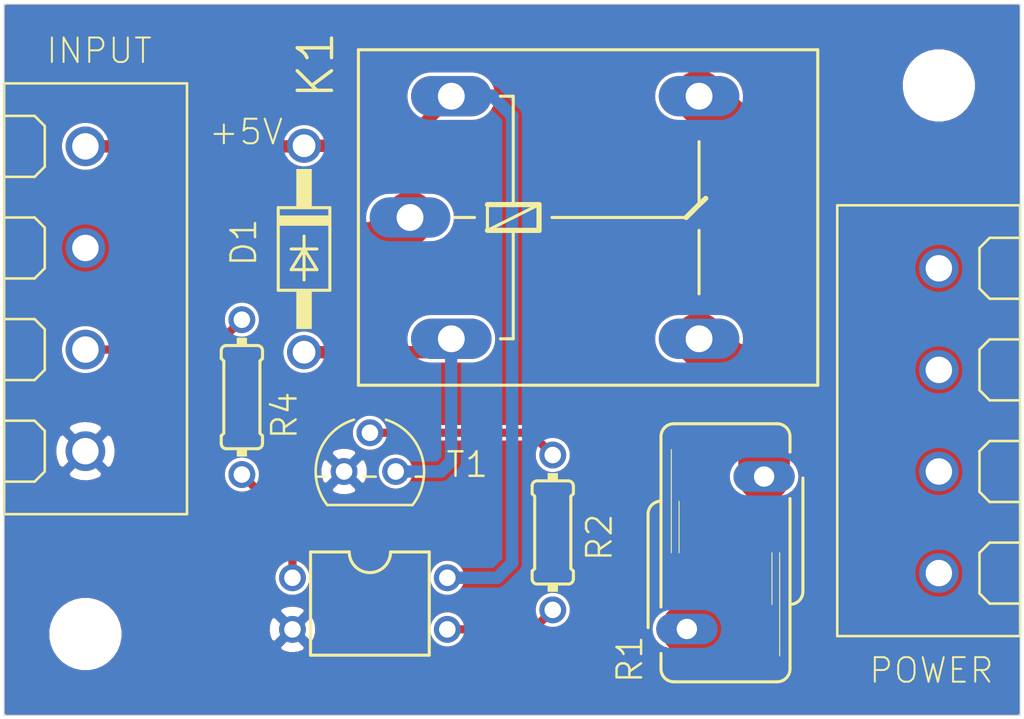
<source format=kicad_pcb>
(kicad_pcb (version 20171130) (host pcbnew "(5.1.9-0-10_14)")

  (general
    (thickness 1.6)
    (drawings 5)
    (tracks 36)
    (zones 0)
    (modules 11)
    (nets 12)
  )

  (page A4)
  (layers
    (0 Top signal)
    (31 Bottom signal)
    (32 B.Adhes user)
    (33 F.Adhes user)
    (34 B.Paste user)
    (35 F.Paste user)
    (36 B.SilkS user)
    (37 F.SilkS user)
    (38 B.Mask user)
    (39 F.Mask user)
    (40 Dwgs.User user)
    (41 Cmts.User user)
    (42 Eco1.User user)
    (43 Eco2.User user)
    (44 Edge.Cuts user)
    (45 Margin user)
    (46 B.CrtYd user)
    (47 F.CrtYd user)
    (48 B.Fab user)
    (49 F.Fab user)
  )

  (setup
    (last_trace_width 0.25)
    (trace_clearance 0.1778)
    (zone_clearance 0.508)
    (zone_45_only no)
    (trace_min 0.2)
    (via_size 0.8)
    (via_drill 0.4)
    (via_min_size 0.4)
    (via_min_drill 0.3)
    (uvia_size 0.3)
    (uvia_drill 0.1)
    (uvias_allowed no)
    (uvia_min_size 0.2)
    (uvia_min_drill 0.1)
    (edge_width 0.05)
    (segment_width 0.2)
    (pcb_text_width 0.3)
    (pcb_text_size 1.5 1.5)
    (mod_edge_width 0.12)
    (mod_text_size 1 1)
    (mod_text_width 0.15)
    (pad_size 1.524 1.524)
    (pad_drill 0.762)
    (pad_to_mask_clearance 0)
    (aux_axis_origin 0 0)
    (visible_elements FFFFFF7F)
    (pcbplotparams
      (layerselection 0x010fc_ffffffff)
      (usegerberextensions false)
      (usegerberattributes true)
      (usegerberadvancedattributes true)
      (creategerberjobfile true)
      (excludeedgelayer true)
      (linewidth 0.100000)
      (plotframeref false)
      (viasonmask false)
      (mode 1)
      (useauxorigin false)
      (hpglpennumber 1)
      (hpglpenspeed 20)
      (hpglpendiameter 15.000000)
      (psnegative false)
      (psa4output false)
      (plotreference true)
      (plotvalue true)
      (plotinvisibletext false)
      (padsonsilk false)
      (subtractmaskfromsilk false)
      (outputformat 1)
      (mirror false)
      (drillshape 1)
      (scaleselection 1)
      (outputdirectory ""))
  )

  (net 0 "")
  (net 1 +5V)
  (net 2 GND)
  (net 3 "Net-(K1-PadS)")
  (net 4 "Net-(K1-PadO)")
  (net 5 "Net-(D1-PadA)")
  (net 6 "Net-(OK1-Pad3)")
  (net 7 "Net-(OK1-Pad1)")
  (net 8 "Net-(R2-Pad1)")
  (net 9 "Net-(INPUT1-Pad2)")
  (net 10 "Net-(POWER1-Pad1)")
  (net 11 "Net-(INPUT1-Pad3)")

  (net_class Default "This is the default net class."
    (clearance 0.1778)
    (trace_width 0.25)
    (via_dia 0.8)
    (via_drill 0.4)
    (uvia_dia 0.3)
    (uvia_drill 0.1)
    (add_net +5V)
    (add_net GND)
    (add_net "Net-(D1-PadA)")
    (add_net "Net-(INPUT1-Pad2)")
    (add_net "Net-(INPUT1-Pad3)")
    (add_net "Net-(K1-PadO)")
    (add_net "Net-(K1-PadS)")
    (add_net "Net-(OK1-Pad1)")
    (add_net "Net-(OK1-Pad3)")
    (add_net "Net-(POWER1-Pad1)")
    (add_net "Net-(R2-Pad1)")
  )

  (module relays_board_v1_0:040161 (layer Top) (tedit 60256DE7) (tstamp 602572FA)
    (at 127.5011 102.0036 270)
    (descr "<b>OSTTA040161</b></br>\r<p>4 Pol Reihenklemme (Schraub) 5mm")
    (path /97A34858)
    (fp_text reference INPUT (at -11.5 2) (layer F.SilkS)
      (effects (font (size 1.2065 1.2065) (thickness 0.09652)) (justify left bottom))
    )
    (fp_text value OSTTA040161 (at -11.5 3.5) (layer F.Fab) hide
      (effects (font (size 1.2065 1.2065) (thickness 0.1016)) (justify left bottom))
    )
    (fp_line (start -10.6 4) (end -9 4) (layer F.SilkS) (width 0.127))
    (fp_line (start -9 4) (end -6 4) (layer F.SilkS) (width 0.127))
    (fp_line (start -6 4) (end -4 4) (layer F.SilkS) (width 0.127))
    (fp_line (start -4 4) (end -1 4) (layer F.SilkS) (width 0.127))
    (fp_line (start -1 4) (end 1 4) (layer F.SilkS) (width 0.127))
    (fp_line (start 1 4) (end 4 4) (layer F.SilkS) (width 0.127))
    (fp_line (start 4 4) (end 6 4) (layer F.SilkS) (width 0.127))
    (fp_line (start 6 4) (end 9 4) (layer F.SilkS) (width 0.127))
    (fp_line (start 9 4) (end 10.6 4) (layer F.SilkS) (width 0.127))
    (fp_line (start 10.6 4) (end 10.6 -5) (layer F.SilkS) (width 0.127))
    (fp_line (start 10.6 -5) (end -10.6 -5) (layer F.SilkS) (width 0.127))
    (fp_line (start -10.6 -5) (end -10.6 4) (layer F.SilkS) (width 0.127))
    (fp_line (start -9 4) (end -9 2.5) (layer F.SilkS) (width 0.127))
    (fp_line (start -9 2.5) (end -8.5 2) (layer F.SilkS) (width 0.127))
    (fp_line (start -8.5 2) (end -6.5 2) (layer F.SilkS) (width 0.127))
    (fp_line (start -6.5 2) (end -6 2.5) (layer F.SilkS) (width 0.127))
    (fp_line (start -6 2.5) (end -6 4) (layer F.SilkS) (width 0.127))
    (fp_line (start -4 4) (end -4 2.5) (layer F.SilkS) (width 0.127))
    (fp_line (start -4 2.5) (end -3.5 2) (layer F.SilkS) (width 0.127))
    (fp_line (start -3.5 2) (end -1.5 2) (layer F.SilkS) (width 0.127))
    (fp_line (start -1.5 2) (end -1 2.5) (layer F.SilkS) (width 0.127))
    (fp_line (start -1 2.5) (end -1 4) (layer F.SilkS) (width 0.127))
    (fp_line (start 1 4) (end 1 2.5) (layer F.SilkS) (width 0.127))
    (fp_line (start 1 2.5) (end 1.5 2) (layer F.SilkS) (width 0.127))
    (fp_line (start 1.5 2) (end 3.5 2) (layer F.SilkS) (width 0.127))
    (fp_line (start 3.5 2) (end 4 2.5) (layer F.SilkS) (width 0.127))
    (fp_line (start 4 2.5) (end 4 4) (layer F.SilkS) (width 0.127))
    (fp_line (start 6 4) (end 6 2.5) (layer F.SilkS) (width 0.127))
    (fp_line (start 6 2.5) (end 6.5 2) (layer F.SilkS) (width 0.127))
    (fp_line (start 6.5 2) (end 8.5 2) (layer F.SilkS) (width 0.127))
    (fp_line (start 8.5 2) (end 9 2.5) (layer F.SilkS) (width 0.127))
    (fp_line (start 9 2.5) (end 9 4) (layer F.SilkS) (width 0.127))
    (pad 1 thru_hole circle (at -7.5 0 270) (size 1.95 1.95) (drill 1.3) (layers *.Cu *.Mask)
      (net 1 +5V) (solder_mask_margin 0.0508))
    (pad 4 thru_hole circle (at 7.5 0 270) (size 1.95 1.95) (drill 1.3) (layers *.Cu *.Mask)
      (net 2 GND) (solder_mask_margin 0.0508))
    (pad 3 thru_hole circle (at 2.5 0 270) (size 1.95 1.95) (drill 1.3) (layers *.Cu *.Mask)
      (net 11 "Net-(INPUT1-Pad3)") (solder_mask_margin 0.0508))
    (pad 2 thru_hole circle (at -2.5 0 270) (size 1.95 1.95) (drill 1.3) (layers *.Cu *.Mask)
      (net 9 "Net-(INPUT1-Pad2)") (solder_mask_margin 0.0508))
    (model ${KISYS3DMOD}/Terminal_Blocks.3dshapes/Pheonix_MKDS1.5-4pol.wrl
      (at (xyz 0 0 0))
      (scale (xyz 1 1 1))
      (rotate (xyz 0 0 0))
    )
  )

  (module "" (layer Top) (tedit 0) (tstamp 0)
    (at 169.5011 91.5036)
    (fp_text reference @HOLE0 (at 0 0) (layer F.SilkS) hide
      (effects (font (size 1.27 1.27) (thickness 0.15)))
    )
    (fp_text value "" (at 0 0) (layer F.SilkS)
      (effects (font (size 1.27 1.27) (thickness 0.15)))
    )
    (pad "" np_thru_hole circle (at 0 0) (size 3.2 3.2) (drill 3.2) (layers *.Cu *.Mask))
  )

  (module "" (layer Top) (tedit 0) (tstamp 0)
    (at 127.5011 118.5036)
    (fp_text reference @HOLE1 (at 0 0) (layer F.SilkS) hide
      (effects (font (size 1.27 1.27) (thickness 0.15)))
    )
    (fp_text value "" (at 0 0) (layer F.SilkS)
      (effects (font (size 1.27 1.27) (thickness 0.15)))
    )
    (pad "" np_thru_hole circle (at 0 0) (size 3.2 3.2) (drill 3.2) (layers *.Cu *.Mask))
  )

  (module relays_board_v1_0:G5LE (layer Top) (tedit 0) (tstamp 60256BB9)
    (at 153.0011 98.0036)
    (descr "<b>RELAY</b><p>\n1 x switch, 10 A/120 V AC, 8 A/30 V ADC, Omron")
    (path /42D1CC17)
    (fp_text reference K1 (at -13.173 -5.745 90) (layer F.SilkS)
      (effects (font (size 1.6891 1.6891) (thickness 0.16891)) (justify left bottom))
    )
    (fp_text value G5LE (at 9.525 7.62 90) (layer F.Fab)
      (effects (font (size 1.6891 1.6891) (thickness 0.16891)) (justify left bottom))
    )
    (fp_line (start -12.065 -8.255) (end 10.541 -8.255) (layer F.SilkS) (width 0.1524))
    (fp_line (start 10.541 8.255) (end 10.541 -8.255) (layer F.SilkS) (width 0.1524))
    (fp_line (start 10.541 8.255) (end -12.065 8.255) (layer F.SilkS) (width 0.1524))
    (fp_line (start -12.065 -8.255) (end -12.065 8.255) (layer F.SilkS) (width 0.1524))
    (fp_line (start -5.08 -5.969) (end -4.445 -5.969) (layer F.SilkS) (width 0.1524))
    (fp_line (start -4.445 -5.969) (end -4.445 -0.635) (layer F.SilkS) (width 0.1524))
    (fp_line (start -4.445 -0.635) (end -5.715 -0.635) (layer F.SilkS) (width 0.254))
    (fp_line (start -5.715 -0.635) (end -5.715 0.635) (layer F.SilkS) (width 0.1524))
    (fp_line (start -3.175 0.635) (end -3.175 -0.635) (layer F.SilkS) (width 0.254))
    (fp_line (start -3.175 -0.635) (end -4.445 -0.635) (layer F.SilkS) (width 0.254))
    (fp_line (start -5.715 0.635) (end -4.445 0.635) (layer F.SilkS) (width 0.254))
    (fp_line (start -4.445 0.635) (end -4.445 5.969) (layer F.SilkS) (width 0.1524))
    (fp_line (start -4.445 0.635) (end -3.175 0.635) (layer F.SilkS) (width 0.254))
    (fp_line (start -4.445 5.969) (end -5.08 5.969) (layer F.SilkS) (width 0.1524))
    (fp_line (start -5.715 0.635) (end -3.175 -0.635) (layer F.SilkS) (width 0.1524))
    (fp_line (start -2.54 0) (end 4.064 0) (layer F.SilkS) (width 0.1524))
    (fp_line (start 4.064 0) (end 4.699 -0.635) (layer F.SilkS) (width 0.254))
    (fp_line (start 4.699 -3.7338) (end 4.699 -0.635) (layer F.SilkS) (width 0.1524))
    (fp_line (start 4.699 0.635) (end 4.699 3.7592) (layer F.SilkS) (width 0.1524))
    (fp_line (start 4.699 -0.635) (end 5.0292 -0.9398) (layer F.SilkS) (width 0.254))
    (fp_line (start -7.366 0) (end -6.35 0) (layer F.SilkS) (width 0.1524))
    (pad S thru_hole oval (at 4.699 5.969) (size 3.9624 1.9812) (drill 1.3208) (layers *.Cu *.Mask)
      (net 3 "Net-(K1-PadS)") (solder_mask_margin 0.0508))
    (pad O thru_hole oval (at 4.699 -5.969) (size 3.9624 1.9812) (drill 1.3208) (layers *.Cu *.Mask)
      (net 4 "Net-(K1-PadO)") (solder_mask_margin 0.0508))
    (pad 2 thru_hole oval (at -7.493 -5.969) (size 3.9624 1.9812) (drill 1.3208) (layers *.Cu *.Mask)
      (net 1 +5V) (solder_mask_margin 0.0508))
    (pad 1 thru_hole oval (at -7.493 5.969) (size 3.9624 1.9812) (drill 1.3208) (layers *.Cu *.Mask)
      (net 5 "Net-(D1-PadA)") (solder_mask_margin 0.0508))
    (pad P thru_hole oval (at -9.525 0) (size 3.9624 1.9812) (drill 1.3208) (layers *.Cu *.Mask)
      (net 9 "Net-(INPUT1-Pad2)") (solder_mask_margin 0.0508))
    (model ${KISYS3DMOD}/Relays_THT.3dshapes/Relay_SPDT_SANYOU_SRD_Series_Form_C.wrl
      (offset (xyz -9.5 0 0))
      (scale (xyz 1 1 1))
      (rotate (xyz 0 0 0))
    )
  )

  (module relays_board_v1_0:DO41-10 (layer Top) (tedit 0) (tstamp 60256BD6)
    (at 138.2611 99.5536 270)
    (descr "<B>DIODE</B><p>\ndiameter 2.54 mm, horizontal, grid 10.16 mm")
    (path /DA5D11AB)
    (fp_text reference D1 (at 0.932 2.2611 90) (layer F.SilkS)
      (effects (font (size 1.2065 1.2065) (thickness 0.12065)) (justify left bottom))
    )
    (fp_text value 1N4007 (at -2.032 2.794 270) (layer F.Fab) hide
      (effects (font (size 1.2065 1.2065) (thickness 0.127)) (justify right top))
    )
    (fp_line (start 2.032 1.27) (end -2.032 1.27) (layer F.SilkS) (width 0.1524))
    (fp_line (start 2.032 1.27) (end 2.032 -1.27) (layer F.SilkS) (width 0.1524))
    (fp_line (start -2.032 -1.27) (end 2.032 -1.27) (layer F.SilkS) (width 0.1524))
    (fp_line (start -2.032 -1.27) (end -2.032 1.27) (layer F.SilkS) (width 0.1524))
    (fp_line (start 5.08 0) (end 4.064 0) (layer F.Fab) (width 0.762))
    (fp_line (start -5.08 0) (end -4.064 0) (layer F.Fab) (width 0.762))
    (fp_line (start -0.635 0) (end 0 0) (layer F.SilkS) (width 0.1524))
    (fp_line (start 1.016 -0.635) (end 1.016 0.635) (layer F.SilkS) (width 0.1524))
    (fp_line (start 1.016 0.635) (end 0 0) (layer F.SilkS) (width 0.1524))
    (fp_line (start 0 0) (end 1.524 0) (layer F.SilkS) (width 0.1524))
    (fp_line (start 0 0) (end 1.016 -0.635) (layer F.SilkS) (width 0.1524))
    (fp_line (start 0 -0.635) (end 0 0) (layer F.SilkS) (width 0.1524))
    (fp_line (start 0 0) (end 0 0.635) (layer F.SilkS) (width 0.1524))
    (fp_poly (pts (xy -1.651 1.27) (xy -1.143 1.27) (xy -1.143 -1.27) (xy -1.651 -1.27)) (layer F.SilkS) (width 0))
    (fp_poly (pts (xy 2.032 0.381) (xy 3.937 0.381) (xy 3.937 -0.381) (xy 2.032 -0.381)) (layer F.SilkS) (width 0))
    (fp_poly (pts (xy -3.937 0.381) (xy -2.032 0.381) (xy -2.032 -0.381) (xy -3.937 -0.381)) (layer F.SilkS) (width 0))
    (pad C thru_hole circle (at -5.08 0 270) (size 1.6764 1.6764) (drill 1.1176) (layers *.Cu *.Mask)
      (net 1 +5V) (solder_mask_margin 0.0508))
    (pad A thru_hole circle (at 5.08 0 270) (size 1.6764 1.6764) (drill 1.1176) (layers *.Cu *.Mask)
      (net 5 "Net-(D1-PadA)") (solder_mask_margin 0.0508))
    (model ${KISYS3DMOD}/Diodes_THT.3dshapes/D_A-405_P7.62mm_Horizontal.wrl
      (offset (xyz -5 0 0))
      (scale (xyz 0.525 0.525 0.525))
      (rotate (xyz 0 0 0))
    )
  )

  (module relays_board_v1_0:10D470K (layer Top) (tedit 0) (tstamp 60256BEB)
    (at 159.0011 114.5036)
    (descr <b>VARISTOR</b>)
    (path /EC893FD4)
    (fp_text reference R1 (at -4.0011 6.4964 90) (layer F.SilkS)
      (effects (font (size 1.2065 1.2065) (thickness 0.12065)) (justify left bottom))
    )
    (fp_text value 10D470K (at -4.191 -0.762 90) (layer F.Fab) hide
      (effects (font (size 1.2065 1.2065) (thickness 0.127)) (justify left bottom))
    )
    (fp_line (start -2.54 -6.35) (end 2.54 -6.35) (layer F.SilkS) (width 0.1524))
    (fp_line (start -2.667 0) (end -2.667 -5.08) (layer F.SilkS) (width 0.0508))
    (fp_line (start 2.667 5.08) (end 2.667 0) (layer F.SilkS) (width 0.0508))
    (fp_line (start 2.286 2.54) (end 2.286 0) (layer F.SilkS) (width 0.0508))
    (fp_line (start -2.286 0) (end -2.286 -2.54) (layer F.SilkS) (width 0.0508))
    (fp_line (start 3.81 1.905) (end 3.81 -3.683) (layer F.SilkS) (width 0.1524))
    (fp_line (start -3.81 -1.905) (end -3.81 3.683) (layer F.SilkS) (width 0.1524))
    (fp_line (start -3.175 2.667) (end -3.175 4.953) (layer F.Fab) (width 0.1524))
    (fp_line (start 3.175 -2.667) (end 3.175 -4.953) (layer F.Fab) (width 0.1524))
    (fp_line (start 3.175 5.715) (end 3.175 -2.667) (layer F.SilkS) (width 0.1524))
    (fp_line (start -3.175 2.667) (end -3.175 -5.715) (layer F.SilkS) (width 0.1524))
    (fp_line (start -2.54 6.35) (end 2.54 6.35) (layer F.SilkS) (width 0.1524))
    (fp_line (start 3.175 -4.953) (end 3.175 -5.715) (layer F.SilkS) (width 0.1524))
    (fp_line (start -3.175 5.715) (end -3.175 4.953) (layer F.SilkS) (width 0.1524))
    (fp_arc (start 2.54 -5.715) (end 2.54 -6.35) (angle 90) (layer F.SilkS) (width 0.1524))
    (fp_arc (start -2.54 -5.715) (end -3.175 -5.715) (angle 90) (layer F.SilkS) (width 0.1524))
    (fp_arc (start -2.54 5.715) (end -3.175 5.715) (angle -90) (layer F.SilkS) (width 0.1524))
    (fp_arc (start 2.54 5.715) (end 2.54 6.35) (angle -90) (layer F.SilkS) (width 0.1524))
    (fp_arc (start 3.175 1.905) (end 3.175 2.54) (angle -90) (layer F.SilkS) (width 0.1524))
    (fp_arc (start 3.175 -3.683) (end 3.175 -4.318) (angle 90) (layer F.Fab) (width 0.1524))
    (fp_arc (start -3.175 3.683) (end -3.81 3.683) (angle -90) (layer F.Fab) (width 0.1524))
    (fp_arc (start -3.175 -1.905) (end -3.81 -1.905) (angle 90) (layer F.SilkS) (width 0.1524))
    (pad 2 thru_hole oval (at 1.9 -3.75) (size 3.016 1.508) (drill 1) (layers *.Cu *.Mask)
      (net 3 "Net-(K1-PadS)") (solder_mask_margin 0.0508))
    (pad 1 thru_hole oval (at -1.9 3.75) (size 3.016 1.508) (drill 1) (layers *.Cu *.Mask)
      (net 10 "Net-(POWER1-Pad1)") (solder_mask_margin 0.0508))
    (model ${KISYS3DMOD}/Varistor.3dshapes/RV_Disc_D12mm_W7.1mm_P7.5mm.wrl
      (offset (xyz -1.8 -3.6 1))
      (scale (xyz 1 1 1))
      (rotate (xyz 0 0 -90))
    )
  )

  (module relays_board_v1_0:040161 (layer Top) (tedit 0) (tstamp 60256C06)
    (at 169.5011 108.0036 90)
    (descr "<b>OSTTA040161</b></br>\n<p>4 Pol Reihenklemme (Schraub) 5mm")
    (path /13DBCEA2)
    (fp_text reference POWER (at -12.9964 -3.5011) (layer F.SilkS)
      (effects (font (size 1.2065 1.2065) (thickness 0.09652)) (justify left bottom))
    )
    (fp_text value OSTTA040161 (at -11.5 3.5 180) (layer F.Fab) hide
      (effects (font (size 1.2065 1.2065) (thickness 0.1016)) (justify right top))
    )
    (fp_line (start -10.6 4) (end -9 4) (layer F.SilkS) (width 0.127))
    (fp_line (start -9 4) (end -6 4) (layer F.SilkS) (width 0.127))
    (fp_line (start -6 4) (end -4 4) (layer F.SilkS) (width 0.127))
    (fp_line (start -4 4) (end -1 4) (layer F.SilkS) (width 0.127))
    (fp_line (start -1 4) (end 1 4) (layer F.SilkS) (width 0.127))
    (fp_line (start 1 4) (end 4 4) (layer F.SilkS) (width 0.127))
    (fp_line (start 4 4) (end 6 4) (layer F.SilkS) (width 0.127))
    (fp_line (start 6 4) (end 9 4) (layer F.SilkS) (width 0.127))
    (fp_line (start 9 4) (end 10.6 4) (layer F.SilkS) (width 0.127))
    (fp_line (start 10.6 4) (end 10.6 -5) (layer F.SilkS) (width 0.127))
    (fp_line (start 10.6 -5) (end -10.6 -5) (layer F.SilkS) (width 0.127))
    (fp_line (start -10.6 -5) (end -10.6 4) (layer F.SilkS) (width 0.127))
    (fp_line (start -9 4) (end -9 2.5) (layer F.SilkS) (width 0.127))
    (fp_line (start -9 2.5) (end -8.5 2) (layer F.SilkS) (width 0.127))
    (fp_line (start -8.5 2) (end -6.5 2) (layer F.SilkS) (width 0.127))
    (fp_line (start -6.5 2) (end -6 2.5) (layer F.SilkS) (width 0.127))
    (fp_line (start -6 2.5) (end -6 4) (layer F.SilkS) (width 0.127))
    (fp_line (start -4 4) (end -4 2.5) (layer F.SilkS) (width 0.127))
    (fp_line (start -4 2.5) (end -3.5 2) (layer F.SilkS) (width 0.127))
    (fp_line (start -3.5 2) (end -1.5 2) (layer F.SilkS) (width 0.127))
    (fp_line (start -1.5 2) (end -1 2.5) (layer F.SilkS) (width 0.127))
    (fp_line (start -1 2.5) (end -1 4) (layer F.SilkS) (width 0.127))
    (fp_line (start 1 4) (end 1 2.5) (layer F.SilkS) (width 0.127))
    (fp_line (start 1 2.5) (end 1.5 2) (layer F.SilkS) (width 0.127))
    (fp_line (start 1.5 2) (end 3.5 2) (layer F.SilkS) (width 0.127))
    (fp_line (start 3.5 2) (end 4 2.5) (layer F.SilkS) (width 0.127))
    (fp_line (start 4 2.5) (end 4 4) (layer F.SilkS) (width 0.127))
    (fp_line (start 6 4) (end 6 2.5) (layer F.SilkS) (width 0.127))
    (fp_line (start 6 2.5) (end 6.5 2) (layer F.SilkS) (width 0.127))
    (fp_line (start 6.5 2) (end 8.5 2) (layer F.SilkS) (width 0.127))
    (fp_line (start 8.5 2) (end 9 2.5) (layer F.SilkS) (width 0.127))
    (fp_line (start 9 2.5) (end 9 4) (layer F.SilkS) (width 0.127))
    (pad 1 thru_hole circle (at -7.5 0 90) (size 1.95 1.95) (drill 1.3) (layers *.Cu *.Mask)
      (net 10 "Net-(POWER1-Pad1)") (solder_mask_margin 0.0508))
    (pad 4 thru_hole circle (at 7.5 0 90) (size 1.95 1.95) (drill 1.3) (layers *.Cu *.Mask)
      (net 4 "Net-(K1-PadO)") (solder_mask_margin 0.0508))
    (pad 3 thru_hole circle (at 2.5 0 90) (size 1.95 1.95) (drill 1.3) (layers *.Cu *.Mask)
      (net 3 "Net-(K1-PadS)") (solder_mask_margin 0.0508))
    (pad 2 thru_hole circle (at -2.5 0 90) (size 1.95 1.95) (drill 1.3) (layers *.Cu *.Mask)
      (net 10 "Net-(POWER1-Pad1)") (solder_mask_margin 0.0508))
    (model ${KISYS3DMOD}/Terminal_Blocks.3dshapes/Pheonix_MKDS1.5-4pol.wrl
      (at (xyz 0 0 0))
      (scale (xyz 1 1 1))
      (rotate (xyz 0 0 0))
    )
  )

  (module relays_board_v1_0:DIL04 (layer Top) (tedit 0) (tstamp 60256C54)
    (at 141.5011 117.0036 270)
    (descr "<b>Dual In Line Package</b>")
    (path /DA224995)
    (fp_text reference OK1 (at -2.921 2.667) (layer F.SilkS) hide
      (effects (font (size 1.2065 1.2065) (thickness 0.127)) (justify left bottom))
    )
    (fp_text value TLP621 (at 4.191 2.921) (layer F.Fab)
      (effects (font (size 1.2065 1.2065) (thickness 0.12065)) (justify left bottom))
    )
    (fp_line (start 2.54 -2.921) (end -2.54 -2.921) (layer F.SilkS) (width 0.1524))
    (fp_line (start -2.54 2.921) (end 2.54 2.921) (layer F.SilkS) (width 0.1524))
    (fp_line (start 2.54 -2.921) (end 2.54 2.921) (layer F.SilkS) (width 0.1524))
    (fp_line (start -2.54 -2.921) (end -2.54 -1.016) (layer F.SilkS) (width 0.1524))
    (fp_line (start -2.54 2.921) (end -2.54 1.016) (layer F.SilkS) (width 0.1524))
    (fp_arc (start -2.54 0) (end -2.54 -1.016) (angle 180) (layer F.SilkS) (width 0.1524))
    (pad 4 thru_hole circle (at -1.27 -3.81) (size 1.3208 1.3208) (drill 0.8128) (layers *.Cu *.Mask)
      (net 1 +5V) (solder_mask_margin 0.0508))
    (pad 3 thru_hole circle (at 1.27 -3.81) (size 1.3208 1.3208) (drill 0.8128) (layers *.Cu *.Mask)
      (net 6 "Net-(OK1-Pad3)") (solder_mask_margin 0.0508))
    (pad 2 thru_hole circle (at 1.27 3.81 180) (size 1.3208 1.3208) (drill 0.8128) (layers *.Cu *.Mask)
      (net 2 GND) (solder_mask_margin 0.0508))
    (pad 1 thru_hole circle (at -1.27 3.81 180) (size 1.3208 1.3208) (drill 0.8128) (layers *.Cu *.Mask)
      (net 7 "Net-(OK1-Pad1)") (solder_mask_margin 0.0508))
    (model ${KISYS3DMOD}/Housings_DIP.3dshapes/DIP-4_W7.62mm.wrl
      (offset (xyz -1.25 -4 0.5))
      (scale (xyz 1 1 1))
      (rotate (xyz 0 0 -90))
    )
  )

  (module relays_board_v1_0:TO92 (layer Top) (tedit 0) (tstamp 60256C61)
    (at 141.5011 110.5036)
    (descr "<b>TO 92</b>")
    (path /789B478A)
    (fp_text reference T1 (at 3.675 0.365) (layer F.SilkS)
      (effects (font (size 1.2065 1.2065) (thickness 0.12065)) (justify left bottom))
    )
    (fp_text value 2N3904 (at 3.175 1.27) (layer F.Fab) hide
      (effects (font (size 1.2065 1.2065) (thickness 0.127)) (justify left bottom))
    )
    (fp_line (start -2.0945 1.651) (end 2.0945 1.651) (layer F.SilkS) (width 0.127))
    (fp_line (start -2.2537 0.254) (end -0.2863 0.254) (layer F.Fab) (width 0.127))
    (fp_line (start -2.6549 0.254) (end -2.2537 0.254) (layer F.SilkS) (width 0.127))
    (fp_line (start -0.2863 0.254) (end 0.2863 0.254) (layer F.SilkS) (width 0.127))
    (fp_line (start 2.2537 0.254) (end 2.6549 0.254) (layer F.SilkS) (width 0.127))
    (fp_line (start 0.2863 0.254) (end 2.2537 0.254) (layer F.Fab) (width 0.127))
    (fp_text user 1 (at 1.143 0) (layer F.Fab)
      (effects (font (size 1.2065 1.2065) (thickness 0.127)) (justify left bottom))
    )
    (fp_text user 3 (at -2.159 0) (layer F.Fab)
      (effects (font (size 1.2065 1.2065) (thickness 0.127)) (justify left bottom))
    )
    (fp_text user 2 (at -0.635 -0.635) (layer F.Fab)
      (effects (font (size 1.2065 1.2065) (thickness 0.127)) (justify left bottom))
    )
    (fp_arc (start 0 0) (end -0.7863 -2.5485) (angle 34.2936) (layer F.Fab) (width 0.127))
    (fp_arc (start 0.000012 0.00001) (end 0.7863 -2.5484) (angle 111.1) (layer F.SilkS) (width 0.127))
    (fp_arc (start 0 -0.00002) (end -2.6549 0.254) (angle 78.3185) (layer F.SilkS) (width 0.127))
    (fp_arc (start 0.000003 0.000048) (end -2.0946 1.651) (angle 32.781) (layer F.SilkS) (width 0.127))
    (pad 3 thru_hole circle (at -1.27 0) (size 1.3208 1.3208) (drill 0.8128) (layers *.Cu *.Mask)
      (net 2 GND) (solder_mask_margin 0.0508))
    (pad 2 thru_hole circle (at 0 -1.905) (size 1.3208 1.3208) (drill 0.8128) (layers *.Cu *.Mask)
      (net 8 "Net-(R2-Pad1)") (solder_mask_margin 0.0508))
    (pad 1 thru_hole circle (at 1.27 0) (size 1.3208 1.3208) (drill 0.8128) (layers *.Cu *.Mask)
      (net 5 "Net-(D1-PadA)") (solder_mask_margin 0.0508))
    (model ${KISYS3DMOD}/TO_SOT_Packages_THT.3dshapes/TO-92_Molded_Narrow.wrl
      (at (xyz 0 0 0))
      (scale (xyz 1 1 1))
      (rotate (xyz 0 0 -90))
    )
  )

  (module relays_board_v1_0:0204_7 (layer Top) (tedit 0) (tstamp 60256C74)
    (at 150.5011 113.5036 270)
    (descr "<b>RESISTOR</b><p>\ntype 0204, grid 7.5 mm")
    (path /BDFB0F3E)
    (fp_text reference R2 (at 1.4964 -2.9989 90) (layer F.SilkS)
      (effects (font (size 1.2065 1.2065) (thickness 0.12065)) (justify left bottom))
    )
    (fp_text value 1k2 (at -1.6256 0.4826 90) (layer F.Fab)
      (effects (font (size 0.94107 0.94107) (thickness 0.094107)) (justify left bottom))
    )
    (fp_line (start 3.81 0) (end 2.921 0) (layer F.Fab) (width 0.508))
    (fp_line (start -3.81 0) (end -2.921 0) (layer F.Fab) (width 0.508))
    (fp_line (start -2.54 0.762) (end -2.54 -0.762) (layer F.SilkS) (width 0.1524))
    (fp_line (start -2.286 -1.016) (end -1.905 -1.016) (layer F.SilkS) (width 0.1524))
    (fp_line (start -1.778 -0.889) (end -1.905 -1.016) (layer F.SilkS) (width 0.1524))
    (fp_line (start -2.286 1.016) (end -1.905 1.016) (layer F.SilkS) (width 0.1524))
    (fp_line (start -1.778 0.889) (end -1.905 1.016) (layer F.SilkS) (width 0.1524))
    (fp_line (start 1.778 -0.889) (end 1.905 -1.016) (layer F.SilkS) (width 0.1524))
    (fp_line (start 1.778 -0.889) (end -1.778 -0.889) (layer F.SilkS) (width 0.1524))
    (fp_line (start 1.778 0.889) (end 1.905 1.016) (layer F.SilkS) (width 0.1524))
    (fp_line (start 1.778 0.889) (end -1.778 0.889) (layer F.SilkS) (width 0.1524))
    (fp_line (start 2.286 -1.016) (end 1.905 -1.016) (layer F.SilkS) (width 0.1524))
    (fp_line (start 2.286 1.016) (end 1.905 1.016) (layer F.SilkS) (width 0.1524))
    (fp_line (start 2.54 0.762) (end 2.54 -0.762) (layer F.SilkS) (width 0.1524))
    (fp_poly (pts (xy 2.54 0.254) (xy 2.921 0.254) (xy 2.921 -0.254) (xy 2.54 -0.254)) (layer F.SilkS) (width 0))
    (fp_poly (pts (xy -2.921 0.254) (xy -2.54 0.254) (xy -2.54 -0.254) (xy -2.921 -0.254)) (layer F.SilkS) (width 0))
    (fp_arc (start 2.286 -0.762) (end 2.286 -1.016) (angle 90) (layer F.SilkS) (width 0.1524))
    (fp_arc (start 2.286 0.762) (end 2.286 1.016) (angle -90) (layer F.SilkS) (width 0.1524))
    (fp_arc (start -2.286 0.762) (end -2.54 0.762) (angle -90) (layer F.SilkS) (width 0.1524))
    (fp_arc (start -2.286 -0.762) (end -2.54 -0.762) (angle 90) (layer F.SilkS) (width 0.1524))
    (pad 2 thru_hole circle (at 3.81 0 270) (size 1.3208 1.3208) (drill 0.8128) (layers *.Cu *.Mask)
      (net 6 "Net-(OK1-Pad3)") (solder_mask_margin 0.0508))
    (pad 1 thru_hole circle (at -3.81 0 270) (size 1.3208 1.3208) (drill 0.8128) (layers *.Cu *.Mask)
      (net 8 "Net-(R2-Pad1)") (solder_mask_margin 0.0508))
    (model ${KISYS3DMOD}/Resistors_THT.3dshapes/R_Axial_DIN0204_L3.6mm_D1.6mm_P5.08mm_Horizontal.wrl
      (offset (xyz -3.7 0 0))
      (scale (xyz 0.575 0.575 0.575))
      (rotate (xyz 0 0 0))
    )
  )

  (module relays_board_v1_0:0204_7 (layer Top) (tedit 0) (tstamp 60256C8D)
    (at 135.2011 106.8436 90)
    (descr "<b>RESISTOR</b><p>\ntype 0204, grid 7.5 mm")
    (path /DFB4546F)
    (fp_text reference R4 (at -2.1564 2.7989 90) (layer F.SilkS)
      (effects (font (size 1.2065 1.2065) (thickness 0.12065)) (justify left bottom))
    )
    (fp_text value 270 (at -1.6256 0.4826 90) (layer F.Fab)
      (effects (font (size 0.94107 0.94107) (thickness 0.094107)) (justify left bottom))
    )
    (fp_line (start 3.81 0) (end 2.921 0) (layer F.Fab) (width 0.508))
    (fp_line (start -3.81 0) (end -2.921 0) (layer F.Fab) (width 0.508))
    (fp_line (start -2.54 0.762) (end -2.54 -0.762) (layer F.SilkS) (width 0.1524))
    (fp_line (start -2.286 -1.016) (end -1.905 -1.016) (layer F.SilkS) (width 0.1524))
    (fp_line (start -1.778 -0.889) (end -1.905 -1.016) (layer F.SilkS) (width 0.1524))
    (fp_line (start -2.286 1.016) (end -1.905 1.016) (layer F.SilkS) (width 0.1524))
    (fp_line (start -1.778 0.889) (end -1.905 1.016) (layer F.SilkS) (width 0.1524))
    (fp_line (start 1.778 -0.889) (end 1.905 -1.016) (layer F.SilkS) (width 0.1524))
    (fp_line (start 1.778 -0.889) (end -1.778 -0.889) (layer F.SilkS) (width 0.1524))
    (fp_line (start 1.778 0.889) (end 1.905 1.016) (layer F.SilkS) (width 0.1524))
    (fp_line (start 1.778 0.889) (end -1.778 0.889) (layer F.SilkS) (width 0.1524))
    (fp_line (start 2.286 -1.016) (end 1.905 -1.016) (layer F.SilkS) (width 0.1524))
    (fp_line (start 2.286 1.016) (end 1.905 1.016) (layer F.SilkS) (width 0.1524))
    (fp_line (start 2.54 0.762) (end 2.54 -0.762) (layer F.SilkS) (width 0.1524))
    (fp_poly (pts (xy 2.54 0.254) (xy 2.921 0.254) (xy 2.921 -0.254) (xy 2.54 -0.254)) (layer F.SilkS) (width 0))
    (fp_poly (pts (xy -2.921 0.254) (xy -2.54 0.254) (xy -2.54 -0.254) (xy -2.921 -0.254)) (layer F.SilkS) (width 0))
    (fp_arc (start 2.286 -0.762) (end 2.286 -1.016) (angle 90) (layer F.SilkS) (width 0.1524))
    (fp_arc (start 2.286 0.762) (end 2.286 1.016) (angle -90) (layer F.SilkS) (width 0.1524))
    (fp_arc (start -2.286 0.762) (end -2.54 0.762) (angle -90) (layer F.SilkS) (width 0.1524))
    (fp_arc (start -2.286 -0.762) (end -2.54 -0.762) (angle 90) (layer F.SilkS) (width 0.1524))
    (pad 2 thru_hole circle (at 3.81 0 90) (size 1.3208 1.3208) (drill 0.8128) (layers *.Cu *.Mask)
      (net 11 "Net-(INPUT1-Pad3)") (solder_mask_margin 0.0508))
    (pad 1 thru_hole circle (at -3.81 0 90) (size 1.3208 1.3208) (drill 0.8128) (layers *.Cu *.Mask)
      (net 7 "Net-(OK1-Pad1)") (solder_mask_margin 0.0508))
    (model ${KISYS3DMOD}/Resistors_THT.3dshapes/R_Axial_DIN0204_L3.6mm_D1.6mm_P5.08mm_Horizontal.wrl
      (offset (xyz -3.8 0 0))
      (scale (xyz 0.575 0.575 0.5757))
      (rotate (xyz 0 0 0))
    )
  )

  (gr_line (start 123.5011 122.5036) (end 173.5011 122.5036) (layer Edge.Cuts) (width 0.05) (tstamp 14EFBA0))
  (gr_line (start 173.5011 122.5036) (end 173.5011 87.5036) (layer Edge.Cuts) (width 0.05) (tstamp 14538D0))
  (gr_line (start 173.5011 87.5036) (end 123.5011 87.5036) (layer Edge.Cuts) (width 0.05) (tstamp 1453960))
  (gr_line (start 123.5011 87.5036) (end 123.5011 122.5036) (layer Edge.Cuts) (width 0.05) (tstamp 14539F0))
  (gr_text +5V (at 133.5011 94.5036) (layer F.SilkS) (tstamp 1453BA0)
    (effects (font (size 1.2065 1.2065) (thickness 0.1016)) (justify left bottom))
  )

  (segment (start 143.0691 94.4736) (end 145.5081 92.0346) (width 0.6096) (layer Top) (net 1) (tstamp 14FC510))
  (segment (start 127.5011 94.5036) (end 138.2311 94.5036) (width 0.6096) (layer Top) (net 1) (tstamp 14FC3F0))
  (segment (start 138.2311 94.5036) (end 138.2611 94.4736) (width 0.6096) (layer Top) (net 1) (tstamp 14FC480))
  (segment (start 138.2611 94.4736) (end 143.0691 94.4736) (width 0.6096) (layer Top) (net 1) (tstamp 14FC2D0))
  (segment (start 145.3111 115.7336) (end 147.7711 115.7336) (width 0.6096) (layer Bottom) (net 1) (tstamp 14FC360))
  (segment (start 147.7711 115.7336) (end 148.5011 115.0036) (width 0.6096) (layer Bottom) (net 1) (tstamp 14FC240))
  (segment (start 148.5011 115.0036) (end 148.5011 93.0036) (width 0.6096) (layer Bottom) (net 1) (tstamp 14FC1B0))
  (segment (start 148.5011 93.0036) (end 147.5011 92.0036) (width 0.6096) (layer Bottom) (net 1) (tstamp 14FC090))
  (segment (start 147.5011 92.0036) (end 145.5391 92.0036) (width 0.6096) (layer Bottom) (net 1) (tstamp 14FC120))
  (segment (start 145.5391 92.0036) (end 145.5081 92.0346) (width 0.6096) (layer Bottom) (net 1) (tstamp 14FC000))
  (segment (start 145.0201 92.5226) (end 145.5081 92.0346) (width 0.6096) (layer Bottom) (net 1) (tstamp 14F8000))
  (segment (start 169.5011 105.5036) (end 159.2311 105.5036) (width 2.54) (layer Top) (net 3) (tstamp 14FCCF0))
  (segment (start 159.2311 105.5036) (end 157.7001 103.9726) (width 2.54) (layer Top) (net 3) (tstamp 14FCC60))
  (segment (start 160.9011 110.7536) (end 160.9011 107.1736) (width 2.54) (layer Top) (net 3) (tstamp 14FC990))
  (segment (start 160.9011 107.1736) (end 159.2311 105.5036) (width 2.54) (layer Top) (net 3) (tstamp 14FCA20))
  (segment (start 169.5011 100.5036) (end 166.1691 100.5036) (width 2.54) (layer Top) (net 4) (tstamp 14FCAB0))
  (segment (start 166.1691 100.5036) (end 157.7001 92.0346) (width 2.54) (layer Top) (net 4) (tstamp 14FCB40))
  (segment (start 138.2611 104.6336) (end 144.8471 104.6336) (width 0.6096) (layer Top) (net 5) (tstamp 14F82D0))
  (segment (start 144.8471 104.6336) (end 145.5081 103.9726) (width 0.6096) (layer Top) (net 5) (tstamp 14F8360))
  (segment (start 142.7711 110.5036) (end 145.0011 110.5036) (width 0.6096) (layer Bottom) (net 5) (tstamp 14F83F0))
  (segment (start 145.0011 110.5036) (end 145.5011 110.0036) (width 0.6096) (layer Bottom) (net 5) (tstamp 14F8480))
  (segment (start 145.5011 110.0036) (end 145.5011 103.9796) (width 0.6096) (layer Bottom) (net 5) (tstamp 14F8510))
  (segment (start 145.5011 103.9796) (end 145.5081 103.9726) (width 0.6096) (layer Bottom) (net 5) (tstamp 14F85A0))
  (segment (start 145.3111 118.2736) (end 149.5411 118.2736) (width 0.4064) (layer Top) (net 6) (tstamp 14F8FC0))
  (segment (start 149.5411 118.2736) (end 150.5011 117.3136) (width 0.4064) (layer Top) (net 6) (tstamp 14F9050))
  (segment (start 135.2011 110.6536) (end 137.6911 113.1436) (width 0.4064) (layer Top) (net 7) (tstamp 14F9EF0))
  (segment (start 137.6911 113.1436) (end 137.6911 115.7336) (width 0.4064) (layer Top) (net 7) (tstamp 14F9F80))
  (segment (start 150.5011 109.6936) (end 149.4061 108.5986) (width 0.4064) (layer Top) (net 8) (tstamp 14F9290))
  (segment (start 149.4061 108.5986) (end 141.5011 108.5986) (width 0.4064) (layer Top) (net 8) (tstamp 14F9320))
  (segment (start 127.5011 99.5036) (end 141.9761 99.5036) (width 2.54) (layer Top) (net 9) (tstamp 14F9950))
  (segment (start 141.9761 99.5036) (end 143.4761 98.0036) (width 2.54) (layer Top) (net 9) (tstamp 14F99E0))
  (segment (start 157.1011 118.2536) (end 166.7511 118.2536) (width 2.54) (layer Top) (net 10) (tstamp 14F95F0))
  (segment (start 166.7511 118.2536) (end 169.5011 115.5036) (width 2.54) (layer Top) (net 10) (tstamp 14F9680))
  (segment (start 169.5011 115.5036) (end 169.5011 110.5036) (width 2.54) (layer Top) (net 10) (tstamp 14F9710))
  (segment (start 127.5011 104.5036) (end 133.7311 104.5036) (width 0.4064) (layer Top) (net 11) (tstamp 14F9C20))
  (segment (start 133.7311 104.5036) (end 135.2011 103.0336) (width 0.4064) (layer Top) (net 11) (tstamp 14F9CB0))

  (zone (net 2) (net_name GND) (layer Bottom) (tstamp 14F8870) (hatch edge 0.508)
    (priority 6)
    (connect_pads (clearance 0.000001))
    (min_thickness 0.2032)
    (fill yes (arc_segments 32) (thermal_gap 0.4564) (thermal_bridge_width 0.4564))
    (polygon
      (pts
        (xy 173.7043 122.7068) (xy 123.2979 122.7068) (xy 123.2979 87.3004) (xy 173.7043 87.3004)
      )
    )
    (filled_polygon
      (pts
        (xy 173.374499 122.376999) (xy 123.627701 122.376999) (xy 123.627701 118.318495) (xy 125.6217 118.318495) (xy 125.6217 118.688705)
        (xy 125.693924 119.051801) (xy 125.835597 119.39383) (xy 126.041274 119.701648) (xy 126.303052 119.963426) (xy 126.61087 120.169103)
        (xy 126.952899 120.310776) (xy 127.315995 120.383) (xy 127.686205 120.383) (xy 128.049301 120.310776) (xy 128.39133 120.169103)
        (xy 128.699148 119.963426) (xy 128.960926 119.701648) (xy 129.166603 119.39383) (xy 129.277979 119.124944) (xy 137.018796 119.124944)
        (xy 137.077757 119.33318) (xy 137.296256 119.432477) (xy 137.529928 119.487241) (xy 137.769795 119.495364) (xy 138.006637 119.456535)
        (xy 138.231354 119.372247) (xy 138.304443 119.33318) (xy 138.363404 119.124944) (xy 137.6911 118.452639) (xy 137.018796 119.124944)
        (xy 129.277979 119.124944) (xy 129.308276 119.051801) (xy 129.3805 118.688705) (xy 129.3805 118.352295) (xy 136.469336 118.352295)
        (xy 136.508165 118.589137) (xy 136.592453 118.813854) (xy 136.63152 118.886943) (xy 136.839756 118.945904) (xy 137.512061 118.2736)
        (xy 137.870139 118.2736) (xy 138.542444 118.945904) (xy 138.75068 118.886943) (xy 138.849977 118.668444) (xy 138.904741 118.434772)
        (xy 138.912864 118.194905) (xy 138.910591 118.181038) (xy 144.3713 118.181038) (xy 144.3713 118.366162) (xy 144.407416 118.547729)
        (xy 144.47826 118.718762) (xy 144.58111 118.872687) (xy 144.712013 119.00359) (xy 144.865938 119.10644) (xy 145.036971 119.177284)
        (xy 145.218538 119.2134) (xy 145.403662 119.2134) (xy 145.585229 119.177284) (xy 145.756262 119.10644) (xy 145.910187 119.00359)
        (xy 146.04109 118.872687) (xy 146.14394 118.718762) (xy 146.214784 118.547729) (xy 146.2509 118.366162) (xy 146.2509 118.2536)
        (xy 155.3087 118.2536) (xy 155.328653 118.456182) (xy 155.387743 118.650978) (xy 155.483702 118.830504) (xy 155.61284 118.98786)
        (xy 155.770196 119.116998) (xy 155.949722 119.212957) (xy 156.144518 119.272047) (xy 156.296335 119.287) (xy 157.905865 119.287)
        (xy 158.057682 119.272047) (xy 158.252478 119.212957) (xy 158.432004 119.116998) (xy 158.58936 118.98786) (xy 158.718498 118.830504)
        (xy 158.814457 118.650978) (xy 158.873547 118.456182) (xy 158.8935 118.2536) (xy 158.873547 118.051018) (xy 158.814457 117.856222)
        (xy 158.718498 117.676696) (xy 158.58936 117.51934) (xy 158.432004 117.390202) (xy 158.252478 117.294243) (xy 158.057682 117.235153)
        (xy 157.905865 117.2202) (xy 156.296335 117.2202) (xy 156.144518 117.235153) (xy 155.949722 117.294243) (xy 155.770196 117.390202)
        (xy 155.61284 117.51934) (xy 155.483702 117.676696) (xy 155.387743 117.856222) (xy 155.328653 118.051018) (xy 155.3087 118.2536)
        (xy 146.2509 118.2536) (xy 146.2509 118.181038) (xy 146.214784 117.999471) (xy 146.14394 117.828438) (xy 146.04109 117.674513)
        (xy 145.910187 117.54361) (xy 145.756262 117.44076) (xy 145.585229 117.369916) (xy 145.403662 117.3338) (xy 145.218538 117.3338)
        (xy 145.036971 117.369916) (xy 144.865938 117.44076) (xy 144.712013 117.54361) (xy 144.58111 117.674513) (xy 144.47826 117.828438)
        (xy 144.407416 117.999471) (xy 144.3713 118.181038) (xy 138.910591 118.181038) (xy 138.874035 117.958063) (xy 138.789747 117.733346)
        (xy 138.75068 117.660257) (xy 138.542444 117.601296) (xy 137.870139 118.2736) (xy 137.512061 118.2736) (xy 136.839756 117.601296)
        (xy 136.63152 117.660257) (xy 136.532223 117.878756) (xy 136.477459 118.112428) (xy 136.469336 118.352295) (xy 129.3805 118.352295)
        (xy 129.3805 118.318495) (xy 129.308276 117.955399) (xy 129.166603 117.61337) (xy 129.038905 117.422256) (xy 137.018796 117.422256)
        (xy 137.6911 118.094561) (xy 138.363404 117.422256) (xy 138.306431 117.221038) (xy 149.5613 117.221038) (xy 149.5613 117.406162)
        (xy 149.597416 117.587729) (xy 149.66826 117.758762) (xy 149.77111 117.912687) (xy 149.902013 118.04359) (xy 150.055938 118.14644)
        (xy 150.226971 118.217284) (xy 150.408538 118.2534) (xy 150.593662 118.2534) (xy 150.775229 118.217284) (xy 150.946262 118.14644)
        (xy 151.100187 118.04359) (xy 151.23109 117.912687) (xy 151.33394 117.758762) (xy 151.404784 117.587729) (xy 151.4409 117.406162)
        (xy 151.4409 117.221038) (xy 151.404784 117.039471) (xy 151.33394 116.868438) (xy 151.23109 116.714513) (xy 151.100187 116.58361)
        (xy 150.946262 116.48076) (xy 150.775229 116.409916) (xy 150.593662 116.3738) (xy 150.408538 116.3738) (xy 150.226971 116.409916)
        (xy 150.055938 116.48076) (xy 149.902013 116.58361) (xy 149.77111 116.714513) (xy 149.66826 116.868438) (xy 149.597416 117.039471)
        (xy 149.5613 117.221038) (xy 138.306431 117.221038) (xy 138.304443 117.21402) (xy 138.085944 117.114723) (xy 137.852272 117.059959)
        (xy 137.612405 117.051836) (xy 137.375563 117.090665) (xy 137.150846 117.174953) (xy 137.077757 117.21402) (xy 137.018796 117.422256)
        (xy 129.038905 117.422256) (xy 128.960926 117.305552) (xy 128.699148 117.043774) (xy 128.39133 116.838097) (xy 128.049301 116.696424)
        (xy 127.686205 116.6242) (xy 127.315995 116.6242) (xy 126.952899 116.696424) (xy 126.61087 116.838097) (xy 126.303052 117.043774)
        (xy 126.041274 117.305552) (xy 125.835597 117.61337) (xy 125.693924 117.955399) (xy 125.6217 118.318495) (xy 123.627701 118.318495)
        (xy 123.627701 115.641038) (xy 136.7513 115.641038) (xy 136.7513 115.826162) (xy 136.787416 116.007729) (xy 136.85826 116.178762)
        (xy 136.96111 116.332687) (xy 137.092013 116.46359) (xy 137.245938 116.56644) (xy 137.416971 116.637284) (xy 137.598538 116.6734)
        (xy 137.783662 116.6734) (xy 137.965229 116.637284) (xy 138.136262 116.56644) (xy 138.290187 116.46359) (xy 138.42109 116.332687)
        (xy 138.52394 116.178762) (xy 138.594784 116.007729) (xy 138.6309 115.826162) (xy 138.6309 115.641038) (xy 138.594784 115.459471)
        (xy 138.52394 115.288438) (xy 138.42109 115.134513) (xy 138.290187 115.00361) (xy 138.136262 114.90076) (xy 137.965229 114.829916)
        (xy 137.783662 114.7938) (xy 137.598538 114.7938) (xy 137.416971 114.829916) (xy 137.245938 114.90076) (xy 137.092013 115.00361)
        (xy 136.96111 115.134513) (xy 136.85826 115.288438) (xy 136.787416 115.459471) (xy 136.7513 115.641038) (xy 123.627701 115.641038)
        (xy 123.627701 110.579665) (xy 126.604074 110.579665) (xy 126.70115 110.820022) (xy 126.973342 110.95079) (xy 127.265816 111.025943)
        (xy 127.567331 111.042593) (xy 127.866301 111.000101) (xy 128.151237 110.900099) (xy 128.30105 110.820022) (xy 128.398126 110.579665)
        (xy 128.379499 110.561038) (xy 134.2613 110.561038) (xy 134.2613 110.746162) (xy 134.297416 110.927729) (xy 134.36826 111.098762)
        (xy 134.47111 111.252687) (xy 134.602013 111.38359) (xy 134.755938 111.48644) (xy 134.926971 111.557284) (xy 135.108538 111.5934)
        (xy 135.293662 111.5934) (xy 135.475229 111.557284) (xy 135.646262 111.48644) (xy 135.800187 111.38359) (xy 135.828833 111.354944)
        (xy 139.558796 111.354944) (xy 139.617757 111.56318) (xy 139.836256 111.662477) (xy 140.069928 111.717241) (xy 140.309795 111.725364)
        (xy 140.546637 111.686535) (xy 140.771354 111.602247) (xy 140.844443 111.56318) (xy 140.903404 111.354944) (xy 140.2311 110.682639)
        (xy 139.558796 111.354944) (xy 135.828833 111.354944) (xy 135.93109 111.252687) (xy 136.03394 111.098762) (xy 136.104784 110.927729)
        (xy 136.1409 110.746162) (xy 136.1409 110.582295) (xy 139.009336 110.582295) (xy 139.048165 110.819137) (xy 139.132453 111.043854)
        (xy 139.17152 111.116943) (xy 139.379756 111.175904) (xy 140.052061 110.5036) (xy 140.410139 110.5036) (xy 141.082444 111.175904)
        (xy 141.29068 111.116943) (xy 141.389977 110.898444) (xy 141.444741 110.664772) (xy 141.452864 110.424905) (xy 141.450591 110.411038)
        (xy 141.8313 110.411038) (xy 141.8313 110.596162) (xy 141.867416 110.777729) (xy 141.93826 110.948762) (xy 142.04111 111.102687)
        (xy 142.172013 111.23359) (xy 142.325938 111.33644) (xy 142.496971 111.407284) (xy 142.678538 111.4434) (xy 142.863662 111.4434)
        (xy 143.045229 111.407284) (xy 143.216262 111.33644) (xy 143.370187 111.23359) (xy 143.50109 111.102687) (xy 143.511037 111.0878)
        (xy 144.972416 111.0878) (xy 145.0011 111.090625) (xy 145.029784 111.0878) (xy 145.029792 111.0878) (xy 145.115623 111.079346)
        (xy 145.225745 111.045941) (xy 145.327234 110.991694) (xy 145.41619 110.91869) (xy 145.434482 110.896401) (xy 145.893907 110.436977)
        (xy 145.91619 110.41869) (xy 145.9479 110.380052) (xy 145.989194 110.329734) (xy 146.043441 110.228245) (xy 146.076846 110.118123)
        (xy 146.088126 110.0036) (xy 146.0853 109.974908) (xy 146.0853 105.2426) (xy 146.56108 105.2426) (xy 146.747663 105.224223)
        (xy 146.987059 105.151603) (xy 147.207688 105.033675) (xy 147.40107 104.87497) (xy 147.559775 104.681588) (xy 147.677703 104.460959)
        (xy 147.750323 104.221563) (xy 147.774844 103.9726) (xy 147.750323 103.723637) (xy 147.677703 103.484241) (xy 147.559775 103.263612)
        (xy 147.40107 103.07023) (xy 147.207688 102.911525) (xy 146.987059 102.793597) (xy 146.747663 102.720977) (xy 146.56108 102.7026)
        (xy 144.45512 102.7026) (xy 144.268537 102.720977) (xy 144.029141 102.793597) (xy 143.808512 102.911525) (xy 143.61513 103.07023)
        (xy 143.456425 103.263612) (xy 143.338497 103.484241) (xy 143.265877 103.723637) (xy 143.241356 103.9726) (xy 143.265877 104.221563)
        (xy 143.338497 104.460959) (xy 143.456425 104.681588) (xy 143.61513 104.87497) (xy 143.808512 105.033675) (xy 144.029141 105.151603)
        (xy 144.268537 105.224223) (xy 144.45512 105.2426) (xy 144.916901 105.2426) (xy 144.9169 109.761616) (xy 144.759117 109.9194)
        (xy 143.511037 109.9194) (xy 143.50109 109.904513) (xy 143.370187 109.77361) (xy 143.216262 109.67076) (xy 143.045229 109.599916)
        (xy 142.863662 109.5638) (xy 142.678538 109.5638) (xy 142.496971 109.599916) (xy 142.325938 109.67076) (xy 142.172013 109.77361)
        (xy 142.04111 109.904513) (xy 141.93826 110.058438) (xy 141.867416 110.229471) (xy 141.8313 110.411038) (xy 141.450591 110.411038)
        (xy 141.414035 110.188063) (xy 141.329747 109.963346) (xy 141.29068 109.890257) (xy 141.082444 109.831296) (xy 140.410139 110.5036)
        (xy 140.052061 110.5036) (xy 139.379756 109.831296) (xy 139.17152 109.890257) (xy 139.072223 110.108756) (xy 139.017459 110.342428)
        (xy 139.009336 110.582295) (xy 136.1409 110.582295) (xy 136.1409 110.561038) (xy 136.104784 110.379471) (xy 136.03394 110.208438)
        (xy 135.93109 110.054513) (xy 135.800187 109.92361) (xy 135.646262 109.82076) (xy 135.475229 109.749916) (xy 135.293662 109.7138)
        (xy 135.108538 109.7138) (xy 134.926971 109.749916) (xy 134.755938 109.82076) (xy 134.602013 109.92361) (xy 134.47111 110.054513)
        (xy 134.36826 110.208438) (xy 134.297416 110.379471) (xy 134.2613 110.561038) (xy 128.379499 110.561038) (xy 127.5011 109.682639)
        (xy 126.604074 110.579665) (xy 123.627701 110.579665) (xy 123.627701 109.569831) (xy 125.962107 109.569831) (xy 126.004599 109.868801)
        (xy 126.104601 110.153737) (xy 126.184678 110.30355) (xy 126.425035 110.400626) (xy 127.322061 109.5036) (xy 127.680139 109.5036)
        (xy 128.577165 110.400626) (xy 128.817522 110.30355) (xy 128.94829 110.031358) (xy 129.023443 109.738884) (xy 129.028226 109.652256)
        (xy 139.558796 109.652256) (xy 140.2311 110.324561) (xy 140.903404 109.652256) (xy 140.844443 109.44402) (xy 140.625944 109.344723)
        (xy 140.392272 109.289959) (xy 140.152405 109.281836) (xy 139.915563 109.320665) (xy 139.690846 109.404953) (xy 139.617757 109.44402)
        (xy 139.558796 109.652256) (xy 129.028226 109.652256) (xy 129.040093 109.437369) (xy 128.997601 109.138399) (xy 128.897599 108.853463)
        (xy 128.817522 108.70365) (xy 128.577165 108.606574) (xy 127.680139 109.5036) (xy 127.322061 109.5036) (xy 126.425035 108.606574)
        (xy 126.184678 108.70365) (xy 126.05391 108.975842) (xy 125.978757 109.268316) (xy 125.962107 109.569831) (xy 123.627701 109.569831)
        (xy 123.627701 108.427535) (xy 126.604074 108.427535) (xy 127.5011 109.324561) (xy 128.319623 108.506038) (xy 140.5613 108.506038)
        (xy 140.5613 108.691162) (xy 140.597416 108.872729) (xy 140.66826 109.043762) (xy 140.77111 109.197687) (xy 140.902013 109.32859)
        (xy 141.055938 109.43144) (xy 141.226971 109.502284) (xy 141.408538 109.5384) (xy 141.593662 109.5384) (xy 141.775229 109.502284)
        (xy 141.946262 109.43144) (xy 142.100187 109.32859) (xy 142.23109 109.197687) (xy 142.33394 109.043762) (xy 142.404784 108.872729)
        (xy 142.4409 108.691162) (xy 142.4409 108.506038) (xy 142.404784 108.324471) (xy 142.33394 108.153438) (xy 142.23109 107.999513)
        (xy 142.100187 107.86861) (xy 141.946262 107.76576) (xy 141.775229 107.694916) (xy 141.593662 107.6588) (xy 141.408538 107.6588)
        (xy 141.226971 107.694916) (xy 141.055938 107.76576) (xy 140.902013 107.86861) (xy 140.77111 107.999513) (xy 140.66826 108.153438)
        (xy 140.597416 108.324471) (xy 140.5613 108.506038) (xy 128.319623 108.506038) (xy 128.398126 108.427535) (xy 128.30105 108.187178)
        (xy 128.028858 108.05641) (xy 127.736384 107.981257) (xy 127.434869 107.964607) (xy 127.135899 108.007099) (xy 126.850963 108.107101)
        (xy 126.70115 108.187178) (xy 126.604074 108.427535) (xy 123.627701 108.427535) (xy 123.627701 104.380052) (xy 126.2467 104.380052)
        (xy 126.2467 104.627148) (xy 126.294905 104.869495) (xy 126.389465 105.097781) (xy 126.526744 105.303234) (xy 126.701466 105.477956)
        (xy 126.906919 105.615235) (xy 127.135205 105.709795) (xy 127.377552 105.758) (xy 127.624648 105.758) (xy 127.866995 105.709795)
        (xy 128.095281 105.615235) (xy 128.300734 105.477956) (xy 128.475456 105.303234) (xy 128.612735 105.097781) (xy 128.707295 104.869495)
        (xy 128.7555 104.627148) (xy 128.7555 104.523526) (xy 137.1435 104.523526) (xy 137.1435 104.743674) (xy 137.186448 104.959592)
        (xy 137.270695 105.162982) (xy 137.393003 105.346029) (xy 137.548671 105.501697) (xy 137.731718 105.624005) (xy 137.935108 105.708252)
        (xy 138.151026 105.7512) (xy 138.371174 105.7512) (xy 138.587092 105.708252) (xy 138.790482 105.624005) (xy 138.973529 105.501697)
        (xy 139.129197 105.346029) (xy 139.251505 105.162982) (xy 139.335752 104.959592) (xy 139.3787 104.743674) (xy 139.3787 104.523526)
        (xy 139.335752 104.307608) (xy 139.251505 104.104218) (xy 139.129197 103.921171) (xy 138.973529 103.765503) (xy 138.790482 103.643195)
        (xy 138.587092 103.558948) (xy 138.371174 103.516) (xy 138.151026 103.516) (xy 137.935108 103.558948) (xy 137.731718 103.643195)
        (xy 137.548671 103.765503) (xy 137.393003 103.921171) (xy 137.270695 104.104218) (xy 137.186448 104.307608) (xy 137.1435 104.523526)
        (xy 128.7555 104.523526) (xy 128.7555 104.380052) (xy 128.707295 104.137705) (xy 128.612735 103.909419) (xy 128.475456 103.703966)
        (xy 128.300734 103.529244) (xy 128.095281 103.391965) (xy 127.866995 103.297405) (xy 127.624648 103.2492) (xy 127.377552 103.2492)
        (xy 127.135205 103.297405) (xy 126.906919 103.391965) (xy 126.701466 103.529244) (xy 126.526744 103.703966) (xy 126.389465 103.909419)
        (xy 126.294905 104.137705) (xy 126.2467 104.380052) (xy 123.627701 104.380052) (xy 123.627701 102.941038) (xy 134.2613 102.941038)
        (xy 134.2613 103.126162) (xy 134.297416 103.307729) (xy 134.36826 103.478762) (xy 134.47111 103.632687) (xy 134.602013 103.76359)
        (xy 134.755938 103.86644) (xy 134.926971 103.937284) (xy 135.108538 103.9734) (xy 135.293662 103.9734) (xy 135.475229 103.937284)
        (xy 135.646262 103.86644) (xy 135.800187 103.76359) (xy 135.93109 103.632687) (xy 136.03394 103.478762) (xy 136.104784 103.307729)
        (xy 136.1409 103.126162) (xy 136.1409 102.941038) (xy 136.104784 102.759471) (xy 136.03394 102.588438) (xy 135.93109 102.434513)
        (xy 135.800187 102.30361) (xy 135.646262 102.20076) (xy 135.475229 102.129916) (xy 135.293662 102.0938) (xy 135.108538 102.0938)
        (xy 134.926971 102.129916) (xy 134.755938 102.20076) (xy 134.602013 102.30361) (xy 134.47111 102.434513) (xy 134.36826 102.588438)
        (xy 134.297416 102.759471) (xy 134.2613 102.941038) (xy 123.627701 102.941038) (xy 123.627701 99.380052) (xy 126.2467 99.380052)
        (xy 126.2467 99.627148) (xy 126.294905 99.869495) (xy 126.389465 100.097781) (xy 126.526744 100.303234) (xy 126.701466 100.477956)
        (xy 126.906919 100.615235) (xy 127.135205 100.709795) (xy 127.377552 100.758) (xy 127.624648 100.758) (xy 127.866995 100.709795)
        (xy 128.095281 100.615235) (xy 128.300734 100.477956) (xy 128.475456 100.303234) (xy 128.612735 100.097781) (xy 128.707295 99.869495)
        (xy 128.7555 99.627148) (xy 128.7555 99.380052) (xy 128.707295 99.137705) (xy 128.612735 98.909419) (xy 128.475456 98.703966)
        (xy 128.300734 98.529244) (xy 128.095281 98.391965) (xy 127.866995 98.297405) (xy 127.624648 98.2492) (xy 127.377552 98.2492)
        (xy 127.135205 98.297405) (xy 126.906919 98.391965) (xy 126.701466 98.529244) (xy 126.526744 98.703966) (xy 126.389465 98.909419)
        (xy 126.294905 99.137705) (xy 126.2467 99.380052) (xy 123.627701 99.380052) (xy 123.627701 98.0036) (xy 141.209356 98.0036)
        (xy 141.233877 98.252563) (xy 141.306497 98.491959) (xy 141.424425 98.712588) (xy 141.58313 98.90597) (xy 141.776512 99.064675)
        (xy 141.997141 99.182603) (xy 142.236537 99.255223) (xy 142.42312 99.2736) (xy 144.52908 99.2736) (xy 144.715663 99.255223)
        (xy 144.955059 99.182603) (xy 145.175688 99.064675) (xy 145.36907 98.90597) (xy 145.527775 98.712588) (xy 145.645703 98.491959)
        (xy 145.718323 98.252563) (xy 145.742844 98.0036) (xy 145.718323 97.754637) (xy 145.645703 97.515241) (xy 145.527775 97.294612)
        (xy 145.36907 97.10123) (xy 145.175688 96.942525) (xy 144.955059 96.824597) (xy 144.715663 96.751977) (xy 144.52908 96.7336)
        (xy 142.42312 96.7336) (xy 142.236537 96.751977) (xy 141.997141 96.824597) (xy 141.776512 96.942525) (xy 141.58313 97.10123)
        (xy 141.424425 97.294612) (xy 141.306497 97.515241) (xy 141.233877 97.754637) (xy 141.209356 98.0036) (xy 123.627701 98.0036)
        (xy 123.627701 94.380052) (xy 126.2467 94.380052) (xy 126.2467 94.627148) (xy 126.294905 94.869495) (xy 126.389465 95.097781)
        (xy 126.526744 95.303234) (xy 126.701466 95.477956) (xy 126.906919 95.615235) (xy 127.135205 95.709795) (xy 127.377552 95.758)
        (xy 127.624648 95.758) (xy 127.866995 95.709795) (xy 128.095281 95.615235) (xy 128.300734 95.477956) (xy 128.475456 95.303234)
        (xy 128.612735 95.097781) (xy 128.707295 94.869495) (xy 128.7555 94.627148) (xy 128.7555 94.380052) (xy 128.752213 94.363526)
        (xy 137.1435 94.363526) (xy 137.1435 94.583674) (xy 137.186448 94.799592) (xy 137.270695 95.002982) (xy 137.393003 95.186029)
        (xy 137.548671 95.341697) (xy 137.731718 95.464005) (xy 137.935108 95.548252) (xy 138.151026 95.5912) (xy 138.371174 95.5912)
        (xy 138.587092 95.548252) (xy 138.790482 95.464005) (xy 138.973529 95.341697) (xy 139.129197 95.186029) (xy 139.251505 95.002982)
        (xy 139.335752 94.799592) (xy 139.3787 94.583674) (xy 139.3787 94.363526) (xy 139.335752 94.147608) (xy 139.251505 93.944218)
        (xy 139.129197 93.761171) (xy 138.973529 93.605503) (xy 138.790482 93.483195) (xy 138.587092 93.398948) (xy 138.371174 93.356)
        (xy 138.151026 93.356) (xy 137.935108 93.398948) (xy 137.731718 93.483195) (xy 137.548671 93.605503) (xy 137.393003 93.761171)
        (xy 137.270695 93.944218) (xy 137.186448 94.147608) (xy 137.1435 94.363526) (xy 128.752213 94.363526) (xy 128.707295 94.137705)
        (xy 128.612735 93.909419) (xy 128.475456 93.703966) (xy 128.300734 93.529244) (xy 128.095281 93.391965) (xy 127.866995 93.297405)
        (xy 127.624648 93.2492) (xy 127.377552 93.2492) (xy 127.135205 93.297405) (xy 126.906919 93.391965) (xy 126.701466 93.529244)
        (xy 126.526744 93.703966) (xy 126.389465 93.909419) (xy 126.294905 94.137705) (xy 126.2467 94.380052) (xy 123.627701 94.380052)
        (xy 123.627701 92.0346) (xy 143.241356 92.0346) (xy 143.265877 92.283563) (xy 143.338497 92.522959) (xy 143.456425 92.743588)
        (xy 143.61513 92.93697) (xy 143.808512 93.095675) (xy 144.029141 93.213603) (xy 144.268537 93.286223) (xy 144.45512 93.3046)
        (xy 146.56108 93.3046) (xy 146.747663 93.286223) (xy 146.987059 93.213603) (xy 147.207688 93.095675) (xy 147.40107 92.93697)
        (xy 147.494474 92.823157) (xy 147.916901 93.245585) (xy 147.9169 114.761616) (xy 147.529117 115.1494) (xy 146.051037 115.1494)
        (xy 146.04109 115.134513) (xy 145.910187 115.00361) (xy 145.756262 114.90076) (xy 145.585229 114.829916) (xy 145.403662 114.7938)
        (xy 145.218538 114.7938) (xy 145.036971 114.829916) (xy 144.865938 114.90076) (xy 144.712013 115.00361) (xy 144.58111 115.134513)
        (xy 144.47826 115.288438) (xy 144.407416 115.459471) (xy 144.3713 115.641038) (xy 144.3713 115.826162) (xy 144.407416 116.007729)
        (xy 144.47826 116.178762) (xy 144.58111 116.332687) (xy 144.712013 116.46359) (xy 144.865938 116.56644) (xy 145.036971 116.637284)
        (xy 145.218538 116.6734) (xy 145.403662 116.6734) (xy 145.585229 116.637284) (xy 145.756262 116.56644) (xy 145.910187 116.46359)
        (xy 146.04109 116.332687) (xy 146.051037 116.3178) (xy 147.742416 116.3178) (xy 147.7711 116.320625) (xy 147.799784 116.3178)
        (xy 147.799792 116.3178) (xy 147.885623 116.309346) (xy 147.995745 116.275941) (xy 148.097234 116.221694) (xy 148.18619 116.14869)
        (xy 148.204482 116.126401) (xy 148.893907 115.436977) (xy 148.91619 115.41869) (xy 148.947899 115.380052) (xy 168.2467 115.380052)
        (xy 168.2467 115.627148) (xy 168.294905 115.869495) (xy 168.389465 116.097781) (xy 168.526744 116.303234) (xy 168.701466 116.477956)
        (xy 168.906919 116.615235) (xy 169.135205 116.709795) (xy 169.377552 116.758) (xy 169.624648 116.758) (xy 169.866995 116.709795)
        (xy 170.095281 116.615235) (xy 170.300734 116.477956) (xy 170.475456 116.303234) (xy 170.612735 116.097781) (xy 170.707295 115.869495)
        (xy 170.7555 115.627148) (xy 170.7555 115.380052) (xy 170.707295 115.137705) (xy 170.612735 114.909419) (xy 170.475456 114.703966)
        (xy 170.300734 114.529244) (xy 170.095281 114.391965) (xy 169.866995 114.297405) (xy 169.624648 114.2492) (xy 169.377552 114.2492)
        (xy 169.135205 114.297405) (xy 168.906919 114.391965) (xy 168.701466 114.529244) (xy 168.526744 114.703966) (xy 168.389465 114.909419)
        (xy 168.294905 115.137705) (xy 168.2467 115.380052) (xy 148.947899 115.380052) (xy 148.989194 115.329734) (xy 149.043441 115.228245)
        (xy 149.076846 115.118123) (xy 149.0853 115.032292) (xy 149.0853 115.032284) (xy 149.088125 115.0036) (xy 149.0853 114.974916)
        (xy 149.0853 110.7536) (xy 159.1087 110.7536) (xy 159.128653 110.956182) (xy 159.187743 111.150978) (xy 159.283702 111.330504)
        (xy 159.41284 111.48786) (xy 159.570196 111.616998) (xy 159.749722 111.712957) (xy 159.944518 111.772047) (xy 160.096335 111.787)
        (xy 161.705865 111.787) (xy 161.857682 111.772047) (xy 162.052478 111.712957) (xy 162.232004 111.616998) (xy 162.38936 111.48786)
        (xy 162.518498 111.330504) (xy 162.614457 111.150978) (xy 162.673547 110.956182) (xy 162.6935 110.7536) (xy 162.673547 110.551018)
        (xy 162.621686 110.380052) (xy 168.2467 110.380052) (xy 168.2467 110.627148) (xy 168.294905 110.869495) (xy 168.389465 111.097781)
        (xy 168.526744 111.303234) (xy 168.701466 111.477956) (xy 168.906919 111.615235) (xy 169.135205 111.709795) (xy 169.377552 111.758)
        (xy 169.624648 111.758) (xy 169.866995 111.709795) (xy 170.095281 111.615235) (xy 170.300734 111.477956) (xy 170.475456 111.303234)
        (xy 170.612735 111.097781) (xy 170.707295 110.869495) (xy 170.7555 110.627148) (xy 170.7555 110.380052) (xy 170.707295 110.137705)
        (xy 170.612735 109.909419) (xy 170.475456 109.703966) (xy 170.300734 109.529244) (xy 170.095281 109.391965) (xy 169.866995 109.297405)
        (xy 169.624648 109.2492) (xy 169.377552 109.2492) (xy 169.135205 109.297405) (xy 168.906919 109.391965) (xy 168.701466 109.529244)
        (xy 168.526744 109.703966) (xy 168.389465 109.909419) (xy 168.294905 110.137705) (xy 168.2467 110.380052) (xy 162.621686 110.380052)
        (xy 162.614457 110.356222) (xy 162.518498 110.176696) (xy 162.38936 110.01934) (xy 162.232004 109.890202) (xy 162.052478 109.794243)
        (xy 161.857682 109.735153) (xy 161.705865 109.7202) (xy 160.096335 109.7202) (xy 159.944518 109.735153) (xy 159.749722 109.794243)
        (xy 159.570196 109.890202) (xy 159.41284 110.01934) (xy 159.283702 110.176696) (xy 159.187743 110.356222) (xy 159.128653 110.551018)
        (xy 159.1087 110.7536) (xy 149.0853 110.7536) (xy 149.0853 109.601038) (xy 149.5613 109.601038) (xy 149.5613 109.786162)
        (xy 149.597416 109.967729) (xy 149.66826 110.138762) (xy 149.77111 110.292687) (xy 149.902013 110.42359) (xy 150.055938 110.52644)
        (xy 150.226971 110.597284) (xy 150.408538 110.6334) (xy 150.593662 110.6334) (xy 150.775229 110.597284) (xy 150.946262 110.52644)
        (xy 151.100187 110.42359) (xy 151.23109 110.292687) (xy 151.33394 110.138762) (xy 151.404784 109.967729) (xy 151.4409 109.786162)
        (xy 151.4409 109.601038) (xy 151.404784 109.419471) (xy 151.33394 109.248438) (xy 151.23109 109.094513) (xy 151.100187 108.96361)
        (xy 150.946262 108.86076) (xy 150.775229 108.789916) (xy 150.593662 108.7538) (xy 150.408538 108.7538) (xy 150.226971 108.789916)
        (xy 150.055938 108.86076) (xy 149.902013 108.96361) (xy 149.77111 109.094513) (xy 149.66826 109.248438) (xy 149.597416 109.419471)
        (xy 149.5613 109.601038) (xy 149.0853 109.601038) (xy 149.0853 105.380052) (xy 168.2467 105.380052) (xy 168.2467 105.627148)
        (xy 168.294905 105.869495) (xy 168.389465 106.097781) (xy 168.526744 106.303234) (xy 168.701466 106.477956) (xy 168.906919 106.615235)
        (xy 169.135205 106.709795) (xy 169.377552 106.758) (xy 169.624648 106.758) (xy 169.866995 106.709795) (xy 170.095281 106.615235)
        (xy 170.300734 106.477956) (xy 170.475456 106.303234) (xy 170.612735 106.097781) (xy 170.707295 105.869495) (xy 170.7555 105.627148)
        (xy 170.7555 105.380052) (xy 170.707295 105.137705) (xy 170.612735 104.909419) (xy 170.475456 104.703966) (xy 170.300734 104.529244)
        (xy 170.095281 104.391965) (xy 169.866995 104.297405) (xy 169.624648 104.2492) (xy 169.377552 104.2492) (xy 169.135205 104.297405)
        (xy 168.906919 104.391965) (xy 168.701466 104.529244) (xy 168.526744 104.703966) (xy 168.389465 104.909419) (xy 168.294905 105.137705)
        (xy 168.2467 105.380052) (xy 149.0853 105.380052) (xy 149.0853 103.9726) (xy 155.433356 103.9726) (xy 155.457877 104.221563)
        (xy 155.530497 104.460959) (xy 155.648425 104.681588) (xy 155.80713 104.87497) (xy 156.000512 105.033675) (xy 156.221141 105.151603)
        (xy 156.460537 105.224223) (xy 156.64712 105.2426) (xy 158.75308 105.2426) (xy 158.939663 105.224223) (xy 159.179059 105.151603)
        (xy 159.399688 105.033675) (xy 159.59307 104.87497) (xy 159.751775 104.681588) (xy 159.869703 104.460959) (xy 159.942323 104.221563)
        (xy 159.966844 103.9726) (xy 159.942323 103.723637) (xy 159.869703 103.484241) (xy 159.751775 103.263612) (xy 159.59307 103.07023)
        (xy 159.399688 102.911525) (xy 159.179059 102.793597) (xy 158.939663 102.720977) (xy 158.75308 102.7026) (xy 156.64712 102.7026)
        (xy 156.460537 102.720977) (xy 156.221141 102.793597) (xy 156.000512 102.911525) (xy 155.80713 103.07023) (xy 155.648425 103.263612)
        (xy 155.530497 103.484241) (xy 155.457877 103.723637) (xy 155.433356 103.9726) (xy 149.0853 103.9726) (xy 149.0853 100.380052)
        (xy 168.2467 100.380052) (xy 168.2467 100.627148) (xy 168.294905 100.869495) (xy 168.389465 101.097781) (xy 168.526744 101.303234)
        (xy 168.701466 101.477956) (xy 168.906919 101.615235) (xy 169.135205 101.709795) (xy 169.377552 101.758) (xy 169.624648 101.758)
        (xy 169.866995 101.709795) (xy 170.095281 101.615235) (xy 170.300734 101.477956) (xy 170.475456 101.303234) (xy 170.612735 101.097781)
        (xy 170.707295 100.869495) (xy 170.7555 100.627148) (xy 170.7555 100.380052) (xy 170.707295 100.137705) (xy 170.612735 99.909419)
        (xy 170.475456 99.703966) (xy 170.300734 99.529244) (xy 170.095281 99.391965) (xy 169.866995 99.297405) (xy 169.624648 99.2492)
        (xy 169.377552 99.2492) (xy 169.135205 99.297405) (xy 168.906919 99.391965) (xy 168.701466 99.529244) (xy 168.526744 99.703966)
        (xy 168.389465 99.909419) (xy 168.294905 100.137705) (xy 168.2467 100.380052) (xy 149.0853 100.380052) (xy 149.0853 93.032292)
        (xy 149.088126 93.0036) (xy 149.076846 92.889077) (xy 149.043441 92.778955) (xy 148.989194 92.677466) (xy 148.93448 92.610796)
        (xy 148.934478 92.610794) (xy 148.91619 92.58851) (xy 148.893906 92.570222) (xy 148.358284 92.0346) (xy 155.433356 92.0346)
        (xy 155.457877 92.283563) (xy 155.530497 92.522959) (xy 155.648425 92.743588) (xy 155.80713 92.93697) (xy 156.000512 93.095675)
        (xy 156.221141 93.213603) (xy 156.460537 93.286223) (xy 156.64712 93.3046) (xy 158.75308 93.3046) (xy 158.939663 93.286223)
        (xy 159.179059 93.213603) (xy 159.399688 93.095675) (xy 159.59307 92.93697) (xy 159.751775 92.743588) (xy 159.869703 92.522959)
        (xy 159.942323 92.283563) (xy 159.966844 92.0346) (xy 159.942323 91.785637) (xy 159.869703 91.546241) (xy 159.751775 91.325612)
        (xy 159.745935 91.318495) (xy 167.6217 91.318495) (xy 167.6217 91.688705) (xy 167.693924 92.051801) (xy 167.835597 92.39383)
        (xy 168.041274 92.701648) (xy 168.303052 92.963426) (xy 168.61087 93.169103) (xy 168.952899 93.310776) (xy 169.315995 93.383)
        (xy 169.686205 93.383) (xy 170.049301 93.310776) (xy 170.39133 93.169103) (xy 170.699148 92.963426) (xy 170.960926 92.701648)
        (xy 171.166603 92.39383) (xy 171.308276 92.051801) (xy 171.3805 91.688705) (xy 171.3805 91.318495) (xy 171.308276 90.955399)
        (xy 171.166603 90.61337) (xy 170.960926 90.305552) (xy 170.699148 90.043774) (xy 170.39133 89.838097) (xy 170.049301 89.696424)
        (xy 169.686205 89.6242) (xy 169.315995 89.6242) (xy 168.952899 89.696424) (xy 168.61087 89.838097) (xy 168.303052 90.043774)
        (xy 168.041274 90.305552) (xy 167.835597 90.61337) (xy 167.693924 90.955399) (xy 167.6217 91.318495) (xy 159.745935 91.318495)
        (xy 159.59307 91.13223) (xy 159.399688 90.973525) (xy 159.179059 90.855597) (xy 158.939663 90.782977) (xy 158.75308 90.7646)
        (xy 156.64712 90.7646) (xy 156.460537 90.782977) (xy 156.221141 90.855597) (xy 156.000512 90.973525) (xy 155.80713 91.13223)
        (xy 155.648425 91.325612) (xy 155.530497 91.546241) (xy 155.457877 91.785637) (xy 155.433356 92.0346) (xy 148.358284 92.0346)
        (xy 147.934482 91.610799) (xy 147.91619 91.58851) (xy 147.827234 91.515506) (xy 147.725745 91.461259) (xy 147.615623 91.427854)
        (xy 147.614358 91.427729) (xy 147.559775 91.325612) (xy 147.40107 91.13223) (xy 147.207688 90.973525) (xy 146.987059 90.855597)
        (xy 146.747663 90.782977) (xy 146.56108 90.7646) (xy 144.45512 90.7646) (xy 144.268537 90.782977) (xy 144.029141 90.855597)
        (xy 143.808512 90.973525) (xy 143.61513 91.13223) (xy 143.456425 91.325612) (xy 143.338497 91.546241) (xy 143.265877 91.785637)
        (xy 143.241356 92.0346) (xy 123.627701 92.0346) (xy 123.627701 87.630201) (xy 173.3745 87.630201)
      )
    )
  )
  (zone (net 2) (net_name GND) (layer Top) (tstamp 14F8B40) (hatch edge 0.508)
    (priority 6)
    (connect_pads (clearance 0.000001))
    (min_thickness 0.2032)
    (fill yes (arc_segments 32) (thermal_gap 0.4564) (thermal_bridge_width 0.4564))
    (polygon
      (pts
        (xy 173.7043 122.7068) (xy 123.2979 122.7068) (xy 123.2979 87.3004) (xy 173.7043 87.3004)
      )
    )
    (filled_polygon
      (pts
        (xy 173.374499 122.376999) (xy 123.627701 122.376999) (xy 123.627701 118.318495) (xy 125.6217 118.318495) (xy 125.6217 118.688705)
        (xy 125.693924 119.051801) (xy 125.835597 119.39383) (xy 126.041274 119.701648) (xy 126.303052 119.963426) (xy 126.61087 120.169103)
        (xy 126.952899 120.310776) (xy 127.315995 120.383) (xy 127.686205 120.383) (xy 128.049301 120.310776) (xy 128.39133 120.169103)
        (xy 128.699148 119.963426) (xy 128.960926 119.701648) (xy 129.166603 119.39383) (xy 129.277979 119.124944) (xy 137.018796 119.124944)
        (xy 137.077757 119.33318) (xy 137.296256 119.432477) (xy 137.529928 119.487241) (xy 137.769795 119.495364) (xy 138.006637 119.456535)
        (xy 138.231354 119.372247) (xy 138.304443 119.33318) (xy 138.363404 119.124944) (xy 137.6911 118.452639) (xy 137.018796 119.124944)
        (xy 129.277979 119.124944) (xy 129.308276 119.051801) (xy 129.3805 118.688705) (xy 129.3805 118.352295) (xy 136.469336 118.352295)
        (xy 136.508165 118.589137) (xy 136.592453 118.813854) (xy 136.63152 118.886943) (xy 136.839756 118.945904) (xy 137.512061 118.2736)
        (xy 137.870139 118.2736) (xy 138.542444 118.945904) (xy 138.75068 118.886943) (xy 138.849977 118.668444) (xy 138.904741 118.434772)
        (xy 138.912864 118.194905) (xy 138.910591 118.181038) (xy 144.3713 118.181038) (xy 144.3713 118.366162) (xy 144.407416 118.547729)
        (xy 144.47826 118.718762) (xy 144.58111 118.872687) (xy 144.712013 119.00359) (xy 144.865938 119.10644) (xy 145.036971 119.177284)
        (xy 145.218538 119.2134) (xy 145.403662 119.2134) (xy 145.585229 119.177284) (xy 145.756262 119.10644) (xy 145.910187 119.00359)
        (xy 146.04109 118.872687) (xy 146.118925 118.7562) (xy 149.517395 118.7562) (xy 149.5411 118.758535) (xy 149.564805 118.7562)
        (xy 149.564807 118.7562) (xy 149.635706 118.749217) (xy 149.726677 118.721622) (xy 149.810515 118.676809) (xy 149.884001 118.616501)
        (xy 149.899117 118.598082) (xy 150.243599 118.2536) (xy 155.3087 118.2536) (xy 155.328653 118.456182) (xy 155.387743 118.650978)
        (xy 155.483702 118.830504) (xy 155.61284 118.98786) (xy 155.770196 119.116998) (xy 155.832736 119.150426) (xy 156.000208 119.354492)
        (xy 156.236135 119.548112) (xy 156.505302 119.691984) (xy 156.797365 119.780581) (xy 157.024991 119.803) (xy 166.674994 119.803)
        (xy 166.7511 119.810496) (xy 166.827206 119.803) (xy 166.827209 119.803) (xy 167.054835 119.780581) (xy 167.346898 119.691984)
        (xy 167.616065 119.548112) (xy 167.851992 119.354492) (xy 167.900512 119.29537) (xy 170.542876 116.653007) (xy 170.601992 116.604492)
        (xy 170.795612 116.368565) (xy 170.939484 116.099398) (xy 171.028081 115.807335) (xy 171.0505 115.579709) (xy 171.0505 115.579707)
        (xy 171.057996 115.503601) (xy 171.0505 115.427494) (xy 171.0505 110.427491) (xy 171.028081 110.199865) (xy 170.939484 109.907802)
        (xy 170.795612 109.638635) (xy 170.601992 109.402708) (xy 170.366065 109.209088) (xy 170.096898 109.065216) (xy 169.804835 108.976619)
        (xy 169.5011 108.946704) (xy 169.197366 108.976619) (xy 168.905303 109.065216) (xy 168.636136 109.209088) (xy 168.400209 109.402708)
        (xy 168.206589 109.638635) (xy 168.062717 109.907802) (xy 167.97412 110.199865) (xy 167.951701 110.427491) (xy 167.9517 114.861817)
        (xy 166.109318 116.7042) (xy 157.024991 116.7042) (xy 156.797365 116.726619) (xy 156.505302 116.815216) (xy 156.236135 116.959088)
        (xy 156.000208 117.152708) (xy 155.832736 117.356774) (xy 155.770196 117.390202) (xy 155.61284 117.51934) (xy 155.483702 117.676696)
        (xy 155.387743 117.856222) (xy 155.328653 118.051018) (xy 155.3087 118.2536) (xy 150.243599 118.2536) (xy 150.271131 118.226068)
        (xy 150.408538 118.2534) (xy 150.593662 118.2534) (xy 150.775229 118.217284) (xy 150.946262 118.14644) (xy 151.100187 118.04359)
        (xy 151.23109 117.912687) (xy 151.33394 117.758762) (xy 151.404784 117.587729) (xy 151.4409 117.406162) (xy 151.4409 117.221038)
        (xy 151.404784 117.039471) (xy 151.33394 116.868438) (xy 151.23109 116.714513) (xy 151.100187 116.58361) (xy 150.946262 116.48076)
        (xy 150.775229 116.409916) (xy 150.593662 116.3738) (xy 150.408538 116.3738) (xy 150.226971 116.409916) (xy 150.055938 116.48076)
        (xy 149.902013 116.58361) (xy 149.77111 116.714513) (xy 149.66826 116.868438) (xy 149.597416 117.039471) (xy 149.5613 117.221038)
        (xy 149.5613 117.406162) (xy 149.588632 117.543569) (xy 149.341201 117.791) (xy 146.118925 117.791) (xy 146.04109 117.674513)
        (xy 145.910187 117.54361) (xy 145.756262 117.44076) (xy 145.585229 117.369916) (xy 145.403662 117.3338) (xy 145.218538 117.3338)
        (xy 145.036971 117.369916) (xy 144.865938 117.44076) (xy 144.712013 117.54361) (xy 144.58111 117.674513) (xy 144.47826 117.828438)
        (xy 144.407416 117.999471) (xy 144.3713 118.181038) (xy 138.910591 118.181038) (xy 138.874035 117.958063) (xy 138.789747 117.733346)
        (xy 138.75068 117.660257) (xy 138.542444 117.601296) (xy 137.870139 118.2736) (xy 137.512061 118.2736) (xy 136.839756 117.601296)
        (xy 136.63152 117.660257) (xy 136.532223 117.878756) (xy 136.477459 118.112428) (xy 136.469336 118.352295) (xy 129.3805 118.352295)
        (xy 129.3805 118.318495) (xy 129.308276 117.955399) (xy 129.166603 117.61337) (xy 129.038905 117.422256) (xy 137.018796 117.422256)
        (xy 137.6911 118.094561) (xy 138.363404 117.422256) (xy 138.304443 117.21402) (xy 138.085944 117.114723) (xy 137.852272 117.059959)
        (xy 137.612405 117.051836) (xy 137.375563 117.090665) (xy 137.150846 117.174953) (xy 137.077757 117.21402) (xy 137.018796 117.422256)
        (xy 129.038905 117.422256) (xy 128.960926 117.305552) (xy 128.699148 117.043774) (xy 128.39133 116.838097) (xy 128.049301 116.696424)
        (xy 127.686205 116.6242) (xy 127.315995 116.6242) (xy 126.952899 116.696424) (xy 126.61087 116.838097) (xy 126.303052 117.043774)
        (xy 126.041274 117.305552) (xy 125.835597 117.61337) (xy 125.693924 117.955399) (xy 125.6217 118.318495) (xy 123.627701 118.318495)
        (xy 123.627701 110.579665) (xy 126.604074 110.579665) (xy 126.70115 110.820022) (xy 126.973342 110.95079) (xy 127.265816 111.025943)
        (xy 127.567331 111.042593) (xy 127.866301 111.000101) (xy 128.151237 110.900099) (xy 128.30105 110.820022) (xy 128.398126 110.579665)
        (xy 128.379499 110.561038) (xy 134.2613 110.561038) (xy 134.2613 110.746162) (xy 134.297416 110.927729) (xy 134.36826 111.098762)
        (xy 134.47111 111.252687) (xy 134.602013 111.38359) (xy 134.755938 111.48644) (xy 134.926971 111.557284) (xy 135.108538 111.5934)
        (xy 135.293662 111.5934) (xy 135.431069 111.566068) (xy 137.2085 113.3435) (xy 137.208501 114.925775) (xy 137.092013 115.00361)
        (xy 136.96111 115.134513) (xy 136.85826 115.288438) (xy 136.787416 115.459471) (xy 136.7513 115.641038) (xy 136.7513 115.826162)
        (xy 136.787416 116.007729) (xy 136.85826 116.178762) (xy 136.96111 116.332687) (xy 137.092013 116.46359) (xy 137.245938 116.56644)
        (xy 137.416971 116.637284) (xy 137.598538 116.6734) (xy 137.783662 116.6734) (xy 137.965229 116.637284) (xy 138.136262 116.56644)
        (xy 138.290187 116.46359) (xy 138.42109 116.332687) (xy 138.52394 116.178762) (xy 138.594784 116.007729) (xy 138.6309 115.826162)
        (xy 138.6309 115.641038) (xy 144.3713 115.641038) (xy 144.3713 115.826162) (xy 144.407416 116.007729) (xy 144.47826 116.178762)
        (xy 144.58111 116.332687) (xy 144.712013 116.46359) (xy 144.865938 116.56644) (xy 145.036971 116.637284) (xy 145.218538 116.6734)
        (xy 145.403662 116.6734) (xy 145.585229 116.637284) (xy 145.756262 116.56644) (xy 145.910187 116.46359) (xy 146.04109 116.332687)
        (xy 146.14394 116.178762) (xy 146.214784 116.007729) (xy 146.2509 115.826162) (xy 146.2509 115.641038) (xy 146.214784 115.459471)
        (xy 146.14394 115.288438) (xy 146.04109 115.134513) (xy 145.910187 115.00361) (xy 145.756262 114.90076) (xy 145.585229 114.829916)
        (xy 145.403662 114.7938) (xy 145.218538 114.7938) (xy 145.036971 114.829916) (xy 144.865938 114.90076) (xy 144.712013 115.00361)
        (xy 144.58111 115.134513) (xy 144.47826 115.288438) (xy 144.407416 115.459471) (xy 144.3713 115.641038) (xy 138.6309 115.641038)
        (xy 138.594784 115.459471) (xy 138.52394 115.288438) (xy 138.42109 115.134513) (xy 138.290187 115.00361) (xy 138.1737 114.925775)
        (xy 138.1737 113.167307) (xy 138.176035 113.1436) (xy 138.166717 113.048993) (xy 138.139122 112.958023) (xy 138.094308 112.874184)
        (xy 138.049113 112.819113) (xy 138.049112 112.819112) (xy 138.034001 112.800699) (xy 138.015588 112.785588) (xy 136.584944 111.354944)
        (xy 139.558796 111.354944) (xy 139.617757 111.56318) (xy 139.836256 111.662477) (xy 140.069928 111.717241) (xy 140.309795 111.725364)
        (xy 140.546637 111.686535) (xy 140.771354 111.602247) (xy 140.844443 111.56318) (xy 140.903404 111.354944) (xy 140.2311 110.682639)
        (xy 139.558796 111.354944) (xy 136.584944 111.354944) (xy 136.113568 110.883569) (xy 136.1409 110.746162) (xy 136.1409 110.582295)
        (xy 139.009336 110.582295) (xy 139.048165 110.819137) (xy 139.132453 111.043854) (xy 139.17152 111.116943) (xy 139.379756 111.175904)
        (xy 140.052061 110.5036) (xy 140.410139 110.5036) (xy 141.082444 111.175904) (xy 141.29068 111.116943) (xy 141.389977 110.898444)
        (xy 141.444741 110.664772) (xy 141.452864 110.424905) (xy 141.450591 110.411038) (xy 141.8313 110.411038) (xy 141.8313 110.596162)
        (xy 141.867416 110.777729) (xy 141.93826 110.948762) (xy 142.04111 111.102687) (xy 142.172013 111.23359) (xy 142.325938 111.33644)
        (xy 142.496971 111.407284) (xy 142.678538 111.4434) (xy 142.863662 111.4434) (xy 143.045229 111.407284) (xy 143.216262 111.33644)
        (xy 143.370187 111.23359) (xy 143.50109 111.102687) (xy 143.60394 110.948762) (xy 143.674784 110.777729) (xy 143.7109 110.596162)
        (xy 143.7109 110.411038) (xy 143.674784 110.229471) (xy 143.60394 110.058438) (xy 143.50109 109.904513) (xy 143.370187 109.77361)
        (xy 143.216262 109.67076) (xy 143.045229 109.599916) (xy 142.863662 109.5638) (xy 142.678538 109.5638) (xy 142.496971 109.599916)
        (xy 142.325938 109.67076) (xy 142.172013 109.77361) (xy 142.04111 109.904513) (xy 141.93826 110.058438) (xy 141.867416 110.229471)
        (xy 141.8313 110.411038) (xy 141.450591 110.411038) (xy 141.414035 110.188063) (xy 141.329747 109.963346) (xy 141.29068 109.890257)
        (xy 141.082444 109.831296) (xy 140.410139 110.5036) (xy 140.052061 110.5036) (xy 139.379756 109.831296) (xy 139.17152 109.890257)
        (xy 139.072223 110.108756) (xy 139.017459 110.342428) (xy 139.009336 110.582295) (xy 136.1409 110.582295) (xy 136.1409 110.561038)
        (xy 136.104784 110.379471) (xy 136.03394 110.208438) (xy 135.93109 110.054513) (xy 135.800187 109.92361) (xy 135.646262 109.82076)
        (xy 135.475229 109.749916) (xy 135.293662 109.7138) (xy 135.108538 109.7138) (xy 134.926971 109.749916) (xy 134.755938 109.82076)
        (xy 134.602013 109.92361) (xy 134.47111 110.054513) (xy 134.36826 110.208438) (xy 134.297416 110.379471) (xy 134.2613 110.561038)
        (xy 128.379499 110.561038) (xy 127.5011 109.682639) (xy 126.604074 110.579665) (xy 123.627701 110.579665) (xy 123.627701 109.569831)
        (xy 125.962107 109.569831) (xy 126.004599 109.868801) (xy 126.104601 110.153737) (xy 126.184678 110.30355) (xy 126.425035 110.400626)
        (xy 127.322061 109.5036) (xy 127.680139 109.5036) (xy 128.577165 110.400626) (xy 128.817522 110.30355) (xy 128.94829 110.031358)
        (xy 129.023443 109.738884) (xy 129.028226 109.652256) (xy 139.558796 109.652256) (xy 140.2311 110.324561) (xy 140.903404 109.652256)
        (xy 140.844443 109.44402) (xy 140.625944 109.344723) (xy 140.392272 109.289959) (xy 140.152405 109.281836) (xy 139.915563 109.320665)
        (xy 139.690846 109.404953) (xy 139.617757 109.44402) (xy 139.558796 109.652256) (xy 129.028226 109.652256) (xy 129.040093 109.437369)
        (xy 128.997601 109.138399) (xy 128.897599 108.853463) (xy 128.817522 108.70365) (xy 128.577165 108.606574) (xy 127.680139 109.5036)
        (xy 127.322061 109.5036) (xy 126.425035 108.606574) (xy 126.184678 108.70365) (xy 126.05391 108.975842) (xy 125.978757 109.268316)
        (xy 125.962107 109.569831) (xy 123.627701 109.569831) (xy 123.627701 108.427535) (xy 126.604074 108.427535) (xy 127.5011 109.324561)
        (xy 128.319623 108.506038) (xy 140.5613 108.506038) (xy 140.5613 108.691162) (xy 140.597416 108.872729) (xy 140.66826 109.043762)
        (xy 140.77111 109.197687) (xy 140.902013 109.32859) (xy 141.055938 109.43144) (xy 141.226971 109.502284) (xy 141.408538 109.5384)
        (xy 141.593662 109.5384) (xy 141.775229 109.502284) (xy 141.946262 109.43144) (xy 142.100187 109.32859) (xy 142.23109 109.197687)
        (xy 142.308925 109.0812) (xy 149.206201 109.0812) (xy 149.588632 109.463631) (xy 149.5613 109.601038) (xy 149.5613 109.786162)
        (xy 149.597416 109.967729) (xy 149.66826 110.138762) (xy 149.77111 110.292687) (xy 149.902013 110.42359) (xy 150.055938 110.52644)
        (xy 150.226971 110.597284) (xy 150.408538 110.6334) (xy 150.593662 110.6334) (xy 150.775229 110.597284) (xy 150.946262 110.52644)
        (xy 151.100187 110.42359) (xy 151.23109 110.292687) (xy 151.33394 110.138762) (xy 151.404784 109.967729) (xy 151.4409 109.786162)
        (xy 151.4409 109.601038) (xy 151.404784 109.419471) (xy 151.33394 109.248438) (xy 151.23109 109.094513) (xy 151.100187 108.96361)
        (xy 150.946262 108.86076) (xy 150.775229 108.789916) (xy 150.593662 108.7538) (xy 150.408538 108.7538) (xy 150.271131 108.781132)
        (xy 149.764117 108.274118) (xy 149.749001 108.255699) (xy 149.675515 108.195391) (xy 149.591677 108.150578) (xy 149.500706 108.122983)
        (xy 149.429807 108.116) (xy 149.429805 108.116) (xy 149.4061 108.113665) (xy 149.382395 108.116) (xy 142.308925 108.116)
        (xy 142.23109 107.999513) (xy 142.100187 107.86861) (xy 141.946262 107.76576) (xy 141.775229 107.694916) (xy 141.593662 107.6588)
        (xy 141.408538 107.6588) (xy 141.226971 107.694916) (xy 141.055938 107.76576) (xy 140.902013 107.86861) (xy 140.77111 107.999513)
        (xy 140.66826 108.153438) (xy 140.597416 108.324471) (xy 140.5613 108.506038) (xy 128.319623 108.506038) (xy 128.398126 108.427535)
        (xy 128.30105 108.187178) (xy 128.028858 108.05641) (xy 127.736384 107.981257) (xy 127.434869 107.964607) (xy 127.135899 108.007099)
        (xy 126.850963 108.107101) (xy 126.70115 108.187178) (xy 126.604074 108.427535) (xy 123.627701 108.427535) (xy 123.627701 104.380052)
        (xy 126.2467 104.380052) (xy 126.2467 104.627148) (xy 126.294905 104.869495) (xy 126.389465 105.097781) (xy 126.526744 105.303234)
        (xy 126.701466 105.477956) (xy 126.906919 105.615235) (xy 127.135205 105.709795) (xy 127.377552 105.758) (xy 127.624648 105.758)
        (xy 127.866995 105.709795) (xy 128.095281 105.615235) (xy 128.300734 105.477956) (xy 128.475456 105.303234) (xy 128.612735 105.097781)
        (xy 128.658954 104.9862) (xy 133.707395 104.9862) (xy 133.7311 104.988535) (xy 133.754805 104.9862) (xy 133.754807 104.9862)
        (xy 133.825706 104.979217) (xy 133.916677 104.951622) (xy 134.000515 104.906809) (xy 134.074001 104.846501) (xy 134.089117 104.828082)
        (xy 134.393673 104.523526) (xy 137.1435 104.523526) (xy 137.1435 104.743674) (xy 137.186448 104.959592) (xy 137.270695 105.162982)
        (xy 137.393003 105.346029) (xy 137.548671 105.501697) (xy 137.731718 105.624005) (xy 137.935108 105.708252) (xy 138.151026 105.7512)
        (xy 138.371174 105.7512) (xy 138.587092 105.708252) (xy 138.790482 105.624005) (xy 138.973529 105.501697) (xy 139.129197 105.346029)
        (xy 139.214877 105.2178) (xy 144.247363 105.2178) (xy 144.268537 105.224223) (xy 144.45512 105.2426) (xy 146.56108 105.2426)
        (xy 146.747663 105.224223) (xy 146.987059 105.151603) (xy 147.207688 105.033675) (xy 147.40107 104.87497) (xy 147.559775 104.681588)
        (xy 147.677703 104.460959) (xy 147.750323 104.221563) (xy 147.774844 103.9726) (xy 155.433356 103.9726) (xy 155.457877 104.221563)
        (xy 155.530497 104.460959) (xy 155.648425 104.681588) (xy 155.80713 104.87497) (xy 156.000512 105.033675) (xy 156.221141 105.151603)
        (xy 156.460537 105.224223) (xy 156.64712 105.2426) (xy 156.778918 105.2426) (xy 158.081691 106.545374) (xy 158.130208 106.604492)
        (xy 158.189331 106.653013) (xy 159.351701 107.815383) (xy 159.3517 110.093839) (xy 159.283702 110.176696) (xy 159.187743 110.356222)
        (xy 159.128653 110.551018) (xy 159.1087 110.7536) (xy 159.128653 110.956182) (xy 159.187743 111.150978) (xy 159.283702 111.330504)
        (xy 159.41284 111.48786) (xy 159.570196 111.616998) (xy 159.632737 111.650427) (xy 159.800208 111.854492) (xy 160.036135 112.048112)
        (xy 160.305302 112.191984) (xy 160.597365 112.280581) (xy 160.9011 112.310496) (xy 161.204834 112.280581) (xy 161.496897 112.191984)
        (xy 161.766064 112.048112) (xy 162.001992 111.854492) (xy 162.169464 111.650426) (xy 162.232004 111.616998) (xy 162.38936 111.48786)
        (xy 162.518498 111.330504) (xy 162.614457 111.150978) (xy 162.673547 110.956182) (xy 162.6935 110.7536) (xy 162.673547 110.551018)
        (xy 162.614457 110.356222) (xy 162.518498 110.176696) (xy 162.4505 110.09384) (xy 162.4505 107.249709) (xy 162.457996 107.1736)
        (xy 162.446118 107.053) (xy 169.577209 107.053) (xy 169.804835 107.030581) (xy 170.096898 106.941984) (xy 170.366065 106.798112)
        (xy 170.601992 106.604492) (xy 170.795612 106.368565) (xy 170.939484 106.099398) (xy 171.028081 105.807335) (xy 171.057996 105.5036)
        (xy 171.028081 105.199865) (xy 170.939484 104.907802) (xy 170.795612 104.638635) (xy 170.601992 104.402708) (xy 170.366065 104.209088)
        (xy 170.096898 104.065216) (xy 169.804835 103.976619) (xy 169.577209 103.9542) (xy 159.965032 103.9542) (xy 159.942323 103.723637)
        (xy 159.869703 103.484241) (xy 159.751775 103.263612) (xy 159.59307 103.07023) (xy 159.399688 102.911525) (xy 159.179059 102.793597)
        (xy 158.939663 102.720977) (xy 158.75308 102.7026) (xy 158.594932 102.7026) (xy 158.565065 102.678089) (xy 158.295898 102.534217)
        (xy 158.003835 102.44562) (xy 157.7001 102.415704) (xy 157.396365 102.44562) (xy 157.104302 102.534217) (xy 156.835135 102.678089)
        (xy 156.805268 102.7026) (xy 156.64712 102.7026) (xy 156.460537 102.720977) (xy 156.221141 102.793597) (xy 156.000512 102.911525)
        (xy 155.80713 103.07023) (xy 155.648425 103.263612) (xy 155.530497 103.484241) (xy 155.457877 103.723637) (xy 155.433356 103.9726)
        (xy 147.774844 103.9726) (xy 147.750323 103.723637) (xy 147.677703 103.484241) (xy 147.559775 103.263612) (xy 147.40107 103.07023)
        (xy 147.207688 102.911525) (xy 146.987059 102.793597) (xy 146.747663 102.720977) (xy 146.56108 102.7026) (xy 144.45512 102.7026)
        (xy 144.268537 102.720977) (xy 144.029141 102.793597) (xy 143.808512 102.911525) (xy 143.61513 103.07023) (xy 143.456425 103.263612)
        (xy 143.338497 103.484241) (xy 143.265877 103.723637) (xy 143.241356 103.9726) (xy 143.24892 104.0494) (xy 139.214877 104.0494)
        (xy 139.129197 103.921171) (xy 138.973529 103.765503) (xy 138.790482 103.643195) (xy 138.587092 103.558948) (xy 138.371174 103.516)
        (xy 138.151026 103.516) (xy 137.935108 103.558948) (xy 137.731718 103.643195) (xy 137.548671 103.765503) (xy 137.393003 103.921171)
        (xy 137.270695 104.104218) (xy 137.186448 104.307608) (xy 137.1435 104.523526) (xy 134.393673 104.523526) (xy 134.971132 103.946068)
        (xy 135.108538 103.9734) (xy 135.293662 103.9734) (xy 135.475229 103.937284) (xy 135.646262 103.86644) (xy 135.800187 103.76359)
        (xy 135.93109 103.632687) (xy 136.03394 103.478762) (xy 136.104784 103.307729) (xy 136.1409 103.126162) (xy 136.1409 102.941038)
        (xy 136.104784 102.759471) (xy 136.03394 102.588438) (xy 135.93109 102.434513) (xy 135.800187 102.30361) (xy 135.646262 102.20076)
        (xy 135.475229 102.129916) (xy 135.293662 102.0938) (xy 135.108538 102.0938) (xy 134.926971 102.129916) (xy 134.755938 102.20076)
        (xy 134.602013 102.30361) (xy 134.47111 102.434513) (xy 134.36826 102.588438) (xy 134.297416 102.759471) (xy 134.2613 102.941038)
        (xy 134.2613 103.126162) (xy 134.288632 103.263568) (xy 133.531201 104.021) (xy 128.658954 104.021) (xy 128.612735 103.909419)
        (xy 128.475456 103.703966) (xy 128.300734 103.529244) (xy 128.095281 103.391965) (xy 127.866995 103.297405) (xy 127.624648 103.2492)
        (xy 127.377552 103.2492) (xy 127.135205 103.297405) (xy 126.906919 103.391965) (xy 126.701466 103.529244) (xy 126.526744 103.703966)
        (xy 126.389465 103.909419) (xy 126.294905 104.137705) (xy 126.2467 104.380052) (xy 123.627701 104.380052) (xy 123.627701 99.5036)
        (xy 125.944204 99.5036) (xy 125.974119 99.807335) (xy 126.062716 100.099398) (xy 126.206588 100.368565) (xy 126.400208 100.604492)
        (xy 126.636135 100.798112) (xy 126.905302 100.941984) (xy 127.197365 101.030581) (xy 127.424991 101.053) (xy 141.899994 101.053)
        (xy 141.9761 101.060496) (xy 142.052206 101.053) (xy 142.052209 101.053) (xy 142.279835 101.030581) (xy 142.571898 100.941984)
        (xy 142.841065 100.798112) (xy 143.076992 100.604492) (xy 143.125512 100.54537) (xy 144.397283 99.2736) (xy 144.52908 99.2736)
        (xy 144.715663 99.255223) (xy 144.955059 99.182603) (xy 145.175688 99.064675) (xy 145.36907 98.90597) (xy 145.527775 98.712588)
        (xy 145.645703 98.491959) (xy 145.718323 98.252563) (xy 145.742844 98.0036) (xy 145.718323 97.754637) (xy 145.645703 97.515241)
        (xy 145.527775 97.294612) (xy 145.36907 97.10123) (xy 145.175688 96.942525) (xy 144.955059 96.824597) (xy 144.715663 96.751977)
        (xy 144.52908 96.7336) (xy 144.370932 96.7336) (xy 144.341065 96.709089) (xy 144.071898 96.565217) (xy 143.779835 96.47662)
        (xy 143.476099 96.446704) (xy 143.172364 96.47662) (xy 142.880301 96.565217) (xy 142.611134 96.709089) (xy 142.581267 96.7336)
        (xy 142.42312 96.7336) (xy 142.236537 96.751977) (xy 141.997141 96.824597) (xy 141.776512 96.942525) (xy 141.58313 97.10123)
        (xy 141.424425 97.294612) (xy 141.306497 97.515241) (xy 141.233877 97.754637) (xy 141.214222 97.9542) (xy 127.424991 97.9542)
        (xy 127.197365 97.976619) (xy 126.905302 98.065216) (xy 126.636135 98.209088) (xy 126.400208 98.402708) (xy 126.206588 98.638635)
        (xy 126.062716 98.907802) (xy 125.974119 99.199865) (xy 125.944204 99.5036) (xy 123.627701 99.5036) (xy 123.627701 94.380052)
        (xy 126.2467 94.380052) (xy 126.2467 94.627148) (xy 126.294905 94.869495) (xy 126.389465 95.097781) (xy 126.526744 95.303234)
        (xy 126.701466 95.477956) (xy 126.906919 95.615235) (xy 127.135205 95.709795) (xy 127.377552 95.758) (xy 127.624648 95.758)
        (xy 127.866995 95.709795) (xy 128.095281 95.615235) (xy 128.300734 95.477956) (xy 128.475456 95.303234) (xy 128.612735 95.097781)
        (xy 128.616869 95.0878) (xy 137.327369 95.0878) (xy 137.393003 95.186029) (xy 137.548671 95.341697) (xy 137.731718 95.464005)
        (xy 137.935108 95.548252) (xy 138.151026 95.5912) (xy 138.371174 95.5912) (xy 138.587092 95.548252) (xy 138.790482 95.464005)
        (xy 138.973529 95.341697) (xy 139.129197 95.186029) (xy 139.214877 95.0578) (xy 143.040416 95.0578) (xy 143.0691 95.060625)
        (xy 143.097784 95.0578) (xy 143.097792 95.0578) (xy 143.183623 95.049346) (xy 143.293745 95.015941) (xy 143.395234 94.961694)
        (xy 143.48419 94.88869) (xy 143.502482 94.866401) (xy 145.064284 93.3046) (xy 146.56108 93.3046) (xy 146.747663 93.286223)
        (xy 146.987059 93.213603) (xy 147.207688 93.095675) (xy 147.40107 92.93697) (xy 147.559775 92.743588) (xy 147.677703 92.522959)
        (xy 147.750323 92.283563) (xy 147.774844 92.0346) (xy 155.433356 92.0346) (xy 155.457877 92.283563) (xy 155.530497 92.522959)
        (xy 155.648425 92.743588) (xy 155.80713 92.93697) (xy 156.000512 93.095675) (xy 156.221141 93.213603) (xy 156.460537 93.286223)
        (xy 156.64712 93.3046) (xy 156.778918 93.3046) (xy 165.019687 101.545369) (xy 165.068208 101.604492) (xy 165.304135 101.798112)
        (xy 165.429429 101.865083) (xy 165.573301 101.941984) (xy 165.865364 102.030581) (xy 166.1691 102.060496) (xy 166.245209 102.053)
        (xy 169.577209 102.053) (xy 169.804835 102.030581) (xy 170.096898 101.941984) (xy 170.366065 101.798112) (xy 170.601992 101.604492)
        (xy 170.795612 101.368565) (xy 170.939484 101.099398) (xy 171.028081 100.807335) (xy 171.057996 100.5036) (xy 171.028081 100.199865)
        (xy 170.939484 99.907802) (xy 170.795612 99.638635) (xy 170.601992 99.402708) (xy 170.366065 99.209088) (xy 170.096898 99.065216)
        (xy 169.804835 98.976619) (xy 169.577209 98.9542) (xy 166.810882 98.9542) (xy 159.960069 92.103387) (xy 159.966844 92.0346)
        (xy 159.942323 91.785637) (xy 159.869703 91.546241) (xy 159.751775 91.325612) (xy 159.745935 91.318495) (xy 167.6217 91.318495)
        (xy 167.6217 91.688705) (xy 167.693924 92.051801) (xy 167.835597 92.39383) (xy 168.041274 92.701648) (xy 168.303052 92.963426)
        (xy 168.61087 93.169103) (xy 168.952899 93.310776) (xy 169.315995 93.383) (xy 169.686205 93.383) (xy 170.049301 93.310776)
        (xy 170.39133 93.169103) (xy 170.699148 92.963426) (xy 170.960926 92.701648) (xy 171.166603 92.39383) (xy 171.308276 92.051801)
        (xy 171.3805 91.688705) (xy 171.3805 91.318495) (xy 171.308276 90.955399) (xy 171.166603 90.61337) (xy 170.960926 90.305552)
        (xy 170.699148 90.043774) (xy 170.39133 89.838097) (xy 170.049301 89.696424) (xy 169.686205 89.6242) (xy 169.315995 89.6242)
        (xy 168.952899 89.696424) (xy 168.61087 89.838097) (xy 168.303052 90.043774) (xy 168.041274 90.305552) (xy 167.835597 90.61337)
        (xy 167.693924 90.955399) (xy 167.6217 91.318495) (xy 159.745935 91.318495) (xy 159.59307 91.13223) (xy 159.399688 90.973525)
        (xy 159.179059 90.855597) (xy 158.939663 90.782977) (xy 158.75308 90.7646) (xy 158.594932 90.7646) (xy 158.565065 90.740089)
        (xy 158.295898 90.596217) (xy 158.003835 90.50762) (xy 157.7001 90.477704) (xy 157.396365 90.50762) (xy 157.104302 90.596217)
        (xy 156.835135 90.740089) (xy 156.805268 90.7646) (xy 156.64712 90.7646) (xy 156.460537 90.782977) (xy 156.221141 90.855597)
        (xy 156.000512 90.973525) (xy 155.80713 91.13223) (xy 155.648425 91.325612) (xy 155.530497 91.546241) (xy 155.457877 91.785637)
        (xy 155.433356 92.0346) (xy 147.774844 92.0346) (xy 147.750323 91.785637) (xy 147.677703 91.546241) (xy 147.559775 91.325612)
        (xy 147.40107 91.13223) (xy 147.207688 90.973525) (xy 146.987059 90.855597) (xy 146.747663 90.782977) (xy 146.56108 90.7646)
        (xy 144.45512 90.7646) (xy 144.268537 90.782977) (xy 144.029141 90.855597) (xy 143.808512 90.973525) (xy 143.61513 91.13223)
        (xy 143.456425 91.325612) (xy 143.338497 91.546241) (xy 143.265877 91.785637) (xy 143.241356 92.0346) (xy 143.265877 92.283563)
        (xy 143.338497 92.522959) (xy 143.456425 92.743588) (xy 143.61513 92.93697) (xy 143.705435 93.011082) (xy 142.827117 93.8894)
        (xy 139.214877 93.8894) (xy 139.129197 93.761171) (xy 138.973529 93.605503) (xy 138.790482 93.483195) (xy 138.587092 93.398948)
        (xy 138.371174 93.356) (xy 138.151026 93.356) (xy 137.935108 93.398948) (xy 137.731718 93.483195) (xy 137.548671 93.605503)
        (xy 137.393003 93.761171) (xy 137.287278 93.9194) (xy 128.616869 93.9194) (xy 128.612735 93.909419) (xy 128.475456 93.703966)
        (xy 128.300734 93.529244) (xy 128.095281 93.391965) (xy 127.866995 93.297405) (xy 127.624648 93.2492) (xy 127.377552 93.2492)
        (xy 127.135205 93.297405) (xy 126.906919 93.391965) (xy 126.701466 93.529244) (xy 126.526744 93.703966) (xy 126.389465 93.909419)
        (xy 126.294905 94.137705) (xy 126.2467 94.380052) (xy 123.627701 94.380052) (xy 123.627701 87.630201) (xy 173.3745 87.630201)
      )
    )
  )
)

</source>
